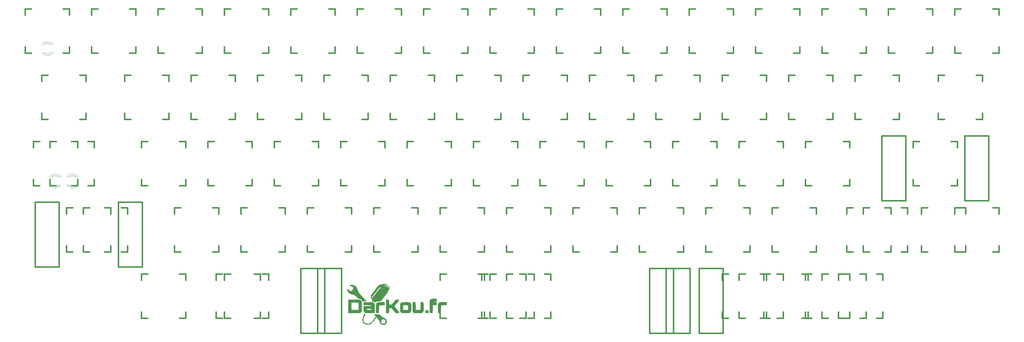
<source format=gto>
G04 #@! TF.FileFunction,Legend,Top*
%FSLAX46Y46*%
G04 Gerber Fmt 4.6, Leading zero omitted, Abs format (unit mm)*
G04 Created by KiCad (PCBNEW 4.0.5+dfsg1-4) date Tue May 30 14:12:21 2017*
%MOMM*%
%LPD*%
G01*
G04 APERTURE LIST*
%ADD10C,0.100000*%
%ADD11C,0.381000*%
%ADD12C,0.010000*%
%ADD13C,0.120000*%
G04 APERTURE END LIST*
D10*
D11*
X207962500Y-177006250D02*
X209740500Y-177006250D01*
X218884500Y-177006250D02*
X220662500Y-177006250D01*
X220662500Y-177006250D02*
X220662500Y-178784250D01*
X220662500Y-187928250D02*
X220662500Y-189706250D01*
X220662500Y-189706250D02*
X218884500Y-189706250D01*
X209740500Y-189706250D02*
X207962500Y-189706250D01*
X207962500Y-189706250D02*
X207962500Y-187928250D01*
X207962500Y-178784250D02*
X207962500Y-177006250D01*
X103441500Y-174974250D02*
X103441500Y-156305250D01*
X103441500Y-156305250D02*
X96583500Y-156305250D01*
X96583500Y-156305250D02*
X96583500Y-174974250D01*
X96583500Y-174974250D02*
X103441500Y-174974250D01*
X79629000Y-174974250D02*
X79629000Y-156305250D01*
X79629000Y-156305250D02*
X72771000Y-156305250D01*
X72771000Y-156305250D02*
X72771000Y-174974250D01*
X72771000Y-174974250D02*
X79629000Y-174974250D01*
D12*
G36*
X171048331Y-188593509D02*
X171223023Y-188597268D01*
X171340016Y-188603774D01*
X171374293Y-188608597D01*
X171448214Y-188648211D01*
X171562449Y-188733785D01*
X171698250Y-188850618D01*
X171776459Y-188923956D01*
X172015138Y-189133789D01*
X172278997Y-189330303D01*
X172545442Y-189498587D01*
X172791879Y-189623726D01*
X172899185Y-189665009D01*
X173155673Y-189789330D01*
X173358991Y-189966282D01*
X173505149Y-190182592D01*
X173590161Y-190424987D01*
X173610039Y-190680191D01*
X173560795Y-190934931D01*
X173438441Y-191175935D01*
X173376952Y-191255350D01*
X173166555Y-191439768D01*
X172918769Y-191554588D01*
X172648074Y-191597133D01*
X172368946Y-191564726D01*
X172148267Y-191482523D01*
X172008592Y-191402162D01*
X171897234Y-191307421D01*
X171801076Y-191181300D01*
X171707005Y-191006804D01*
X171608604Y-190783103D01*
X171508572Y-190555201D01*
X171456917Y-190453082D01*
X171930174Y-190453082D01*
X171932047Y-190574765D01*
X171938732Y-190673338D01*
X171952624Y-190831567D01*
X171974867Y-190933719D01*
X172018328Y-191008262D01*
X172095876Y-191083665D01*
X172141748Y-191122474D01*
X172346107Y-191264506D01*
X172537084Y-191330041D01*
X172731334Y-191321741D01*
X172932184Y-191248806D01*
X173128164Y-191114036D01*
X173258098Y-190941064D01*
X173322427Y-190744108D01*
X173321592Y-190537386D01*
X173256035Y-190335116D01*
X173126197Y-190151515D01*
X172932519Y-190000801D01*
X172892769Y-189979213D01*
X172681196Y-189910517D01*
X172474950Y-189925083D01*
X172272272Y-190023383D01*
X172077992Y-190198553D01*
X171994506Y-190294432D01*
X171948114Y-190369456D01*
X171930174Y-190453082D01*
X171456917Y-190453082D01*
X171404518Y-190349495D01*
X171287577Y-190153847D01*
X171148887Y-189956117D01*
X170979584Y-189744167D01*
X170770804Y-189505858D01*
X170513686Y-189229053D01*
X170344606Y-189052000D01*
X169917166Y-188607500D01*
X170594500Y-188595398D01*
X170833103Y-188592789D01*
X171048331Y-188593509D01*
X171048331Y-188593509D01*
G37*
X171048331Y-188593509D02*
X171223023Y-188597268D01*
X171340016Y-188603774D01*
X171374293Y-188608597D01*
X171448214Y-188648211D01*
X171562449Y-188733785D01*
X171698250Y-188850618D01*
X171776459Y-188923956D01*
X172015138Y-189133789D01*
X172278997Y-189330303D01*
X172545442Y-189498587D01*
X172791879Y-189623726D01*
X172899185Y-189665009D01*
X173155673Y-189789330D01*
X173358991Y-189966282D01*
X173505149Y-190182592D01*
X173590161Y-190424987D01*
X173610039Y-190680191D01*
X173560795Y-190934931D01*
X173438441Y-191175935D01*
X173376952Y-191255350D01*
X173166555Y-191439768D01*
X172918769Y-191554588D01*
X172648074Y-191597133D01*
X172368946Y-191564726D01*
X172148267Y-191482523D01*
X172008592Y-191402162D01*
X171897234Y-191307421D01*
X171801076Y-191181300D01*
X171707005Y-191006804D01*
X171608604Y-190783103D01*
X171508572Y-190555201D01*
X171456917Y-190453082D01*
X171930174Y-190453082D01*
X171932047Y-190574765D01*
X171938732Y-190673338D01*
X171952624Y-190831567D01*
X171974867Y-190933719D01*
X172018328Y-191008262D01*
X172095876Y-191083665D01*
X172141748Y-191122474D01*
X172346107Y-191264506D01*
X172537084Y-191330041D01*
X172731334Y-191321741D01*
X172932184Y-191248806D01*
X173128164Y-191114036D01*
X173258098Y-190941064D01*
X173322427Y-190744108D01*
X173321592Y-190537386D01*
X173256035Y-190335116D01*
X173126197Y-190151515D01*
X172932519Y-190000801D01*
X172892769Y-189979213D01*
X172681196Y-189910517D01*
X172474950Y-189925083D01*
X172272272Y-190023383D01*
X172077992Y-190198553D01*
X171994506Y-190294432D01*
X171948114Y-190369456D01*
X171930174Y-190453082D01*
X171456917Y-190453082D01*
X171404518Y-190349495D01*
X171287577Y-190153847D01*
X171148887Y-189956117D01*
X170979584Y-189744167D01*
X170770804Y-189505858D01*
X170513686Y-189229053D01*
X170344606Y-189052000D01*
X169917166Y-188607500D01*
X170594500Y-188595398D01*
X170833103Y-188592789D01*
X171048331Y-188593509D01*
G36*
X167409701Y-188469950D02*
X167432070Y-188479456D01*
X167420911Y-188520388D01*
X167380676Y-188620683D01*
X167318485Y-188763164D01*
X167273230Y-188862546D01*
X167120988Y-189221116D01*
X166997422Y-189571335D01*
X166909564Y-189891423D01*
X166869525Y-190112682D01*
X166862062Y-190383275D01*
X166918267Y-190610788D01*
X167044719Y-190814665D01*
X167142594Y-190919907D01*
X167396774Y-191109368D01*
X167692913Y-191234358D01*
X168015979Y-191293023D01*
X168350939Y-191283506D01*
X168682764Y-191203953D01*
X168855138Y-191131325D01*
X169171909Y-190933218D01*
X169480428Y-190657573D01*
X169774460Y-190311496D01*
X170047768Y-189902089D01*
X170234274Y-189560000D01*
X170312714Y-189403486D01*
X170363601Y-189311002D01*
X170398326Y-189271398D01*
X170428278Y-189273523D01*
X170464848Y-189306229D01*
X170478956Y-189320480D01*
X170510319Y-189358817D01*
X170519777Y-189403349D01*
X170502960Y-189470938D01*
X170455499Y-189578444D01*
X170373027Y-189742730D01*
X170366004Y-189756451D01*
X170081415Y-190245361D01*
X169766856Y-190660219D01*
X169424350Y-190998814D01*
X169055920Y-191258938D01*
X168928057Y-191327647D01*
X168763750Y-191404955D01*
X168629388Y-191452817D01*
X168491147Y-191479402D01*
X168315202Y-191492877D01*
X168229557Y-191496325D01*
X168014180Y-191499089D01*
X167848138Y-191486698D01*
X167696786Y-191454761D01*
X167561579Y-191411693D01*
X167245812Y-191274423D01*
X167004379Y-191106091D01*
X166830387Y-190899525D01*
X166716942Y-190647552D01*
X166679031Y-190493255D01*
X166661116Y-190223740D01*
X166696394Y-189903183D01*
X166781923Y-189543925D01*
X166914759Y-189158307D01*
X167091959Y-188758667D01*
X167093439Y-188755666D01*
X167176925Y-188595017D01*
X167239082Y-188499863D01*
X167290281Y-188457191D01*
X167334833Y-188452774D01*
X167409701Y-188469950D01*
X167409701Y-188469950D01*
G37*
X167409701Y-188469950D02*
X167432070Y-188479456D01*
X167420911Y-188520388D01*
X167380676Y-188620683D01*
X167318485Y-188763164D01*
X167273230Y-188862546D01*
X167120988Y-189221116D01*
X166997422Y-189571335D01*
X166909564Y-189891423D01*
X166869525Y-190112682D01*
X166862062Y-190383275D01*
X166918267Y-190610788D01*
X167044719Y-190814665D01*
X167142594Y-190919907D01*
X167396774Y-191109368D01*
X167692913Y-191234358D01*
X168015979Y-191293023D01*
X168350939Y-191283506D01*
X168682764Y-191203953D01*
X168855138Y-191131325D01*
X169171909Y-190933218D01*
X169480428Y-190657573D01*
X169774460Y-190311496D01*
X170047768Y-189902089D01*
X170234274Y-189560000D01*
X170312714Y-189403486D01*
X170363601Y-189311002D01*
X170398326Y-189271398D01*
X170428278Y-189273523D01*
X170464848Y-189306229D01*
X170478956Y-189320480D01*
X170510319Y-189358817D01*
X170519777Y-189403349D01*
X170502960Y-189470938D01*
X170455499Y-189578444D01*
X170373027Y-189742730D01*
X170366004Y-189756451D01*
X170081415Y-190245361D01*
X169766856Y-190660219D01*
X169424350Y-190998814D01*
X169055920Y-191258938D01*
X168928057Y-191327647D01*
X168763750Y-191404955D01*
X168629388Y-191452817D01*
X168491147Y-191479402D01*
X168315202Y-191492877D01*
X168229557Y-191496325D01*
X168014180Y-191499089D01*
X167848138Y-191486698D01*
X167696786Y-191454761D01*
X167561579Y-191411693D01*
X167245812Y-191274423D01*
X167004379Y-191106091D01*
X166830387Y-190899525D01*
X166716942Y-190647552D01*
X166679031Y-190493255D01*
X166661116Y-190223740D01*
X166696394Y-189903183D01*
X166781923Y-189543925D01*
X166914759Y-189158307D01*
X167091959Y-188758667D01*
X167093439Y-188755666D01*
X167176925Y-188595017D01*
X167239082Y-188499863D01*
X167290281Y-188457191D01*
X167334833Y-188452774D01*
X167409701Y-188469950D01*
G36*
X165207241Y-184359762D02*
X165441426Y-184365532D01*
X165625455Y-184375815D01*
X165767952Y-184391404D01*
X165877543Y-184413092D01*
X165962852Y-184441669D01*
X166032505Y-184477929D01*
X166095126Y-184522663D01*
X166123384Y-184545831D01*
X166192026Y-184607968D01*
X166247547Y-184673242D01*
X166291226Y-184750859D01*
X166324342Y-184850028D01*
X166348175Y-184979956D01*
X166364005Y-185149850D01*
X166373110Y-185368917D01*
X166376769Y-185646365D01*
X166376263Y-185991402D01*
X166373501Y-186345958D01*
X166361166Y-187682533D01*
X166248527Y-187852650D01*
X166194549Y-187932019D01*
X166141940Y-187997575D01*
X166082392Y-188050707D01*
X166007597Y-188092805D01*
X165909247Y-188125260D01*
X165779033Y-188149461D01*
X165608647Y-188166800D01*
X165389782Y-188178667D01*
X165114127Y-188186451D01*
X164773376Y-188191543D01*
X164359220Y-188195333D01*
X164192861Y-188196629D01*
X162574889Y-188209092D01*
X162551269Y-188111962D01*
X162546533Y-188050015D01*
X162542655Y-187912674D01*
X162539692Y-187709205D01*
X162537702Y-187448878D01*
X162536741Y-187140959D01*
X162536868Y-186794718D01*
X162538139Y-186419421D01*
X162539407Y-186194500D01*
X162545823Y-185201279D01*
X163376666Y-185201279D01*
X163376666Y-186251750D01*
X163377787Y-186541879D01*
X163380939Y-186803625D01*
X163385805Y-187025190D01*
X163392069Y-187194775D01*
X163399415Y-187300581D01*
X163405611Y-187331167D01*
X163454280Y-187338726D01*
X163575742Y-187344636D01*
X163758138Y-187348703D01*
X163989607Y-187350729D01*
X164258288Y-187350520D01*
X164474528Y-187348805D01*
X165514500Y-187337500D01*
X165514500Y-185178500D01*
X164540833Y-185166556D01*
X164256975Y-185164111D01*
X163997286Y-185163834D01*
X163775174Y-185165580D01*
X163604042Y-185169207D01*
X163497297Y-185174573D01*
X163471916Y-185177946D01*
X163376666Y-185201279D01*
X162545823Y-185201279D01*
X162551166Y-184374166D01*
X164117500Y-184361616D01*
X164553903Y-184358596D01*
X164914275Y-184357715D01*
X165207241Y-184359762D01*
X165207241Y-184359762D01*
G37*
X165207241Y-184359762D02*
X165441426Y-184365532D01*
X165625455Y-184375815D01*
X165767952Y-184391404D01*
X165877543Y-184413092D01*
X165962852Y-184441669D01*
X166032505Y-184477929D01*
X166095126Y-184522663D01*
X166123384Y-184545831D01*
X166192026Y-184607968D01*
X166247547Y-184673242D01*
X166291226Y-184750859D01*
X166324342Y-184850028D01*
X166348175Y-184979956D01*
X166364005Y-185149850D01*
X166373110Y-185368917D01*
X166376769Y-185646365D01*
X166376263Y-185991402D01*
X166373501Y-186345958D01*
X166361166Y-187682533D01*
X166248527Y-187852650D01*
X166194549Y-187932019D01*
X166141940Y-187997575D01*
X166082392Y-188050707D01*
X166007597Y-188092805D01*
X165909247Y-188125260D01*
X165779033Y-188149461D01*
X165608647Y-188166800D01*
X165389782Y-188178667D01*
X165114127Y-188186451D01*
X164773376Y-188191543D01*
X164359220Y-188195333D01*
X164192861Y-188196629D01*
X162574889Y-188209092D01*
X162551269Y-188111962D01*
X162546533Y-188050015D01*
X162542655Y-187912674D01*
X162539692Y-187709205D01*
X162537702Y-187448878D01*
X162536741Y-187140959D01*
X162536868Y-186794718D01*
X162538139Y-186419421D01*
X162539407Y-186194500D01*
X162545823Y-185201279D01*
X163376666Y-185201279D01*
X163376666Y-186251750D01*
X163377787Y-186541879D01*
X163380939Y-186803625D01*
X163385805Y-187025190D01*
X163392069Y-187194775D01*
X163399415Y-187300581D01*
X163405611Y-187331167D01*
X163454280Y-187338726D01*
X163575742Y-187344636D01*
X163758138Y-187348703D01*
X163989607Y-187350729D01*
X164258288Y-187350520D01*
X164474528Y-187348805D01*
X165514500Y-187337500D01*
X165514500Y-185178500D01*
X164540833Y-185166556D01*
X164256975Y-185164111D01*
X163997286Y-185163834D01*
X163775174Y-185165580D01*
X163604042Y-185169207D01*
X163497297Y-185174573D01*
X163471916Y-185177946D01*
X163376666Y-185201279D01*
X162545823Y-185201279D01*
X162551166Y-184374166D01*
X164117500Y-184361616D01*
X164553903Y-184358596D01*
X164914275Y-184357715D01*
X165207241Y-184359762D01*
G36*
X169723693Y-185199666D02*
X169913708Y-185352273D01*
X170010061Y-185493243D01*
X170038323Y-185548856D01*
X170060513Y-185602904D01*
X170077262Y-185665746D01*
X170089201Y-185747741D01*
X170096960Y-185859246D01*
X170101169Y-186010619D01*
X170102461Y-186212220D01*
X170101465Y-186474406D01*
X170098812Y-186807537D01*
X170097701Y-186932576D01*
X170086500Y-188184166D01*
X168858833Y-188193220D01*
X168475320Y-188195099D01*
X168167572Y-188194268D01*
X167926721Y-188190415D01*
X167743900Y-188183229D01*
X167610240Y-188172397D01*
X167516875Y-188157607D01*
X167469614Y-188144328D01*
X167278008Y-188048866D01*
X167136963Y-187908684D01*
X167055161Y-187773103D01*
X167024645Y-187702848D01*
X167002855Y-187620632D01*
X166988394Y-187511513D01*
X166979865Y-187360552D01*
X166976416Y-187181058D01*
X167780808Y-187181058D01*
X167789189Y-187283800D01*
X167808520Y-187331409D01*
X167858508Y-187340365D01*
X167978672Y-187346849D01*
X168154549Y-187350521D01*
X168371674Y-187351041D01*
X168559937Y-187349048D01*
X169282166Y-187337500D01*
X169282166Y-186956500D01*
X168565651Y-186944859D01*
X168285153Y-186941931D01*
X168079593Y-186943944D01*
X167939358Y-186951441D01*
X167854832Y-186964963D01*
X167816403Y-186985052D01*
X167814883Y-186987192D01*
X167789623Y-187068623D01*
X167780808Y-187181058D01*
X166976416Y-187181058D01*
X166975872Y-187152807D01*
X166975000Y-186915853D01*
X166975000Y-186215666D01*
X168091649Y-186215666D01*
X168433827Y-186215105D01*
X168701017Y-186213053D01*
X168902892Y-186208957D01*
X169049125Y-186202264D01*
X169149390Y-186192420D01*
X169213359Y-186178872D01*
X169250707Y-186161068D01*
X169263944Y-186148618D01*
X169296716Y-186067170D01*
X169275142Y-186011034D01*
X169253255Y-185989383D01*
X169211520Y-185972092D01*
X169140296Y-185958400D01*
X169029943Y-185947547D01*
X168870818Y-185938771D01*
X168653282Y-185931312D01*
X168367692Y-185924408D01*
X168113431Y-185919333D01*
X166996166Y-185898166D01*
X166996166Y-185093833D01*
X169536166Y-185093833D01*
X169723693Y-185199666D01*
X169723693Y-185199666D01*
G37*
X169723693Y-185199666D02*
X169913708Y-185352273D01*
X170010061Y-185493243D01*
X170038323Y-185548856D01*
X170060513Y-185602904D01*
X170077262Y-185665746D01*
X170089201Y-185747741D01*
X170096960Y-185859246D01*
X170101169Y-186010619D01*
X170102461Y-186212220D01*
X170101465Y-186474406D01*
X170098812Y-186807537D01*
X170097701Y-186932576D01*
X170086500Y-188184166D01*
X168858833Y-188193220D01*
X168475320Y-188195099D01*
X168167572Y-188194268D01*
X167926721Y-188190415D01*
X167743900Y-188183229D01*
X167610240Y-188172397D01*
X167516875Y-188157607D01*
X167469614Y-188144328D01*
X167278008Y-188048866D01*
X167136963Y-187908684D01*
X167055161Y-187773103D01*
X167024645Y-187702848D01*
X167002855Y-187620632D01*
X166988394Y-187511513D01*
X166979865Y-187360552D01*
X166976416Y-187181058D01*
X167780808Y-187181058D01*
X167789189Y-187283800D01*
X167808520Y-187331409D01*
X167858508Y-187340365D01*
X167978672Y-187346849D01*
X168154549Y-187350521D01*
X168371674Y-187351041D01*
X168559937Y-187349048D01*
X169282166Y-187337500D01*
X169282166Y-186956500D01*
X168565651Y-186944859D01*
X168285153Y-186941931D01*
X168079593Y-186943944D01*
X167939358Y-186951441D01*
X167854832Y-186964963D01*
X167816403Y-186985052D01*
X167814883Y-186987192D01*
X167789623Y-187068623D01*
X167780808Y-187181058D01*
X166976416Y-187181058D01*
X166975872Y-187152807D01*
X166975000Y-186915853D01*
X166975000Y-186215666D01*
X168091649Y-186215666D01*
X168433827Y-186215105D01*
X168701017Y-186213053D01*
X168902892Y-186208957D01*
X169049125Y-186202264D01*
X169149390Y-186192420D01*
X169213359Y-186178872D01*
X169250707Y-186161068D01*
X169263944Y-186148618D01*
X169296716Y-186067170D01*
X169275142Y-186011034D01*
X169253255Y-185989383D01*
X169211520Y-185972092D01*
X169140296Y-185958400D01*
X169029943Y-185947547D01*
X168870818Y-185938771D01*
X168653282Y-185931312D01*
X168367692Y-185924408D01*
X168113431Y-185919333D01*
X166996166Y-185898166D01*
X166996166Y-185093833D01*
X169536166Y-185093833D01*
X169723693Y-185199666D01*
G36*
X172728622Y-185078181D02*
X172846368Y-185085534D01*
X172921642Y-185097718D01*
X172964983Y-185115265D01*
X172980041Y-185128585D01*
X173009994Y-185216638D01*
X173021962Y-185386220D01*
X173019861Y-185544813D01*
X173007500Y-185898166D01*
X171356500Y-185940500D01*
X171314166Y-188184166D01*
X170531000Y-188208510D01*
X170531000Y-186943580D01*
X170531180Y-186582742D01*
X170532185Y-186296271D01*
X170534712Y-186073866D01*
X170539458Y-185905228D01*
X170547120Y-185780056D01*
X170558395Y-185688052D01*
X170573980Y-185618913D01*
X170594572Y-185562342D01*
X170620868Y-185508037D01*
X170629222Y-185492075D01*
X170776253Y-185299803D01*
X170914972Y-185199666D01*
X170980108Y-185164709D01*
X171043556Y-185138199D01*
X171118122Y-185118741D01*
X171216613Y-185104939D01*
X171351833Y-185095397D01*
X171536589Y-185088721D01*
X171783688Y-185083514D01*
X172015179Y-185079771D01*
X172323566Y-185075833D01*
X172557868Y-185075125D01*
X172728622Y-185078181D01*
X172728622Y-185078181D01*
G37*
X172728622Y-185078181D02*
X172846368Y-185085534D01*
X172921642Y-185097718D01*
X172964983Y-185115265D01*
X172980041Y-185128585D01*
X173009994Y-185216638D01*
X173021962Y-185386220D01*
X173019861Y-185544813D01*
X173007500Y-185898166D01*
X171356500Y-185940500D01*
X171314166Y-188184166D01*
X170531000Y-188208510D01*
X170531000Y-186943580D01*
X170531180Y-186582742D01*
X170532185Y-186296271D01*
X170534712Y-186073866D01*
X170539458Y-185905228D01*
X170547120Y-185780056D01*
X170558395Y-185688052D01*
X170573980Y-185618913D01*
X170594572Y-185562342D01*
X170620868Y-185508037D01*
X170629222Y-185492075D01*
X170776253Y-185299803D01*
X170914972Y-185199666D01*
X170980108Y-185164709D01*
X171043556Y-185138199D01*
X171118122Y-185118741D01*
X171216613Y-185104939D01*
X171351833Y-185095397D01*
X171536589Y-185088721D01*
X171783688Y-185083514D01*
X172015179Y-185079771D01*
X172323566Y-185075833D01*
X172557868Y-185075125D01*
X172728622Y-185078181D01*
G36*
X177050333Y-184515331D02*
X177045516Y-184578578D01*
X177026205Y-184643812D01*
X176985108Y-184722042D01*
X176914934Y-184824275D01*
X176808392Y-184961521D01*
X176658192Y-185144788D01*
X176538635Y-185287914D01*
X176365305Y-185494711D01*
X176199899Y-185692205D01*
X176054425Y-185866048D01*
X175940889Y-186001892D01*
X175877327Y-186078134D01*
X175793128Y-186185726D01*
X175759075Y-186253954D01*
X175767148Y-186304975D01*
X175785388Y-186332134D01*
X175829757Y-186386758D01*
X175919038Y-186494870D01*
X176043758Y-186645066D01*
X176194447Y-186825941D01*
X176361633Y-187026092D01*
X176374242Y-187041166D01*
X176590242Y-187299669D01*
X176757940Y-187501777D01*
X176883446Y-187655964D01*
X176972871Y-187770700D01*
X177032325Y-187854457D01*
X177067919Y-187915708D01*
X177085765Y-187962924D01*
X177091972Y-188004578D01*
X177092666Y-188037179D01*
X177084808Y-188108408D01*
X177052088Y-188156292D01*
X176980787Y-188185351D01*
X176857186Y-188200104D01*
X176667565Y-188205070D01*
X176582188Y-188205333D01*
X176205634Y-188205333D01*
X175578661Y-187453916D01*
X174951688Y-186702500D01*
X174235166Y-186702500D01*
X174214000Y-187443333D01*
X174192833Y-188184166D01*
X173800534Y-188196348D01*
X173599338Y-188199018D01*
X173470775Y-188191252D01*
X173403321Y-188171869D01*
X173387324Y-188154014D01*
X173383199Y-188101454D01*
X173379838Y-187973110D01*
X173377286Y-187777863D01*
X173375589Y-187524594D01*
X173374793Y-187222182D01*
X173374943Y-186879509D01*
X173376085Y-186505454D01*
X173377456Y-186236833D01*
X173388500Y-184374166D01*
X174192833Y-184374166D01*
X174214000Y-185093833D01*
X174235166Y-185813500D01*
X174582322Y-185825761D01*
X174929479Y-185838023D01*
X175075816Y-185677594D01*
X175152947Y-185590081D01*
X175271037Y-185452460D01*
X175417175Y-185279942D01*
X175578448Y-185087736D01*
X175679147Y-184966833D01*
X175833227Y-184782551D01*
X175970520Y-184620727D01*
X176081126Y-184492844D01*
X176155139Y-184410387D01*
X176180487Y-184385398D01*
X176239754Y-184371981D01*
X176362839Y-184361328D01*
X176528901Y-184354886D01*
X176637583Y-184353648D01*
X177050333Y-184353000D01*
X177050333Y-184515331D01*
X177050333Y-184515331D01*
G37*
X177050333Y-184515331D02*
X177045516Y-184578578D01*
X177026205Y-184643812D01*
X176985108Y-184722042D01*
X176914934Y-184824275D01*
X176808392Y-184961521D01*
X176658192Y-185144788D01*
X176538635Y-185287914D01*
X176365305Y-185494711D01*
X176199899Y-185692205D01*
X176054425Y-185866048D01*
X175940889Y-186001892D01*
X175877327Y-186078134D01*
X175793128Y-186185726D01*
X175759075Y-186253954D01*
X175767148Y-186304975D01*
X175785388Y-186332134D01*
X175829757Y-186386758D01*
X175919038Y-186494870D01*
X176043758Y-186645066D01*
X176194447Y-186825941D01*
X176361633Y-187026092D01*
X176374242Y-187041166D01*
X176590242Y-187299669D01*
X176757940Y-187501777D01*
X176883446Y-187655964D01*
X176972871Y-187770700D01*
X177032325Y-187854457D01*
X177067919Y-187915708D01*
X177085765Y-187962924D01*
X177091972Y-188004578D01*
X177092666Y-188037179D01*
X177084808Y-188108408D01*
X177052088Y-188156292D01*
X176980787Y-188185351D01*
X176857186Y-188200104D01*
X176667565Y-188205070D01*
X176582188Y-188205333D01*
X176205634Y-188205333D01*
X175578661Y-187453916D01*
X174951688Y-186702500D01*
X174235166Y-186702500D01*
X174214000Y-187443333D01*
X174192833Y-188184166D01*
X173800534Y-188196348D01*
X173599338Y-188199018D01*
X173470775Y-188191252D01*
X173403321Y-188171869D01*
X173387324Y-188154014D01*
X173383199Y-188101454D01*
X173379838Y-187973110D01*
X173377286Y-187777863D01*
X173375589Y-187524594D01*
X173374793Y-187222182D01*
X173374943Y-186879509D01*
X173376085Y-186505454D01*
X173377456Y-186236833D01*
X173388500Y-184374166D01*
X174192833Y-184374166D01*
X174214000Y-185093833D01*
X174235166Y-185813500D01*
X174582322Y-185825761D01*
X174929479Y-185838023D01*
X175075816Y-185677594D01*
X175152947Y-185590081D01*
X175271037Y-185452460D01*
X175417175Y-185279942D01*
X175578448Y-185087736D01*
X175679147Y-184966833D01*
X175833227Y-184782551D01*
X175970520Y-184620727D01*
X176081126Y-184492844D01*
X176155139Y-184410387D01*
X176180487Y-184385398D01*
X176239754Y-184371981D01*
X176362839Y-184361328D01*
X176528901Y-184354886D01*
X176637583Y-184353648D01*
X177050333Y-184353000D01*
X177050333Y-184515331D01*
G36*
X179526433Y-185077737D02*
X179756163Y-185089146D01*
X179935329Y-185111455D01*
X180075245Y-185146546D01*
X180187224Y-185196303D01*
X180282579Y-185262609D01*
X180352456Y-185326790D01*
X180433133Y-185418520D01*
X180495666Y-185520474D01*
X180541940Y-185643932D01*
X180573840Y-185800171D01*
X180593252Y-186000472D01*
X180602060Y-186256111D01*
X180602149Y-186578369D01*
X180598927Y-186801469D01*
X180591985Y-187114781D01*
X180582012Y-187356312D01*
X180566237Y-187538944D01*
X180541888Y-187675561D01*
X180506195Y-187779048D01*
X180456385Y-187862288D01*
X180389688Y-187938166D01*
X180345194Y-187981062D01*
X180263663Y-188050611D01*
X180178583Y-188104189D01*
X180077997Y-188143766D01*
X179949947Y-188171312D01*
X179782473Y-188188794D01*
X179563618Y-188198183D01*
X179281424Y-188201449D01*
X179009609Y-188201011D01*
X178706198Y-188197466D01*
X178435598Y-188190187D01*
X178210508Y-188179776D01*
X178043629Y-188166831D01*
X177947660Y-188151952D01*
X177943308Y-188150659D01*
X177772899Y-188059943D01*
X177617606Y-187914709D01*
X177505215Y-187743757D01*
X177476113Y-187666382D01*
X177462618Y-187575923D01*
X177450755Y-187416422D01*
X177441196Y-187203501D01*
X177434608Y-186952780D01*
X177432268Y-186735996D01*
X178236771Y-186735996D01*
X178238118Y-186939088D01*
X178242437Y-187116759D01*
X178249826Y-187250954D01*
X178260383Y-187323615D01*
X178263888Y-187330444D01*
X178313496Y-187339652D01*
X178433460Y-187347602D01*
X178609470Y-187353765D01*
X178827219Y-187357612D01*
X179026912Y-187358666D01*
X179761713Y-187358666D01*
X179750106Y-186649583D01*
X179738500Y-185940500D01*
X179021985Y-185928859D01*
X178741486Y-185925931D01*
X178535927Y-185927944D01*
X178395691Y-185935441D01*
X178311166Y-185948963D01*
X178272737Y-185969052D01*
X178271216Y-185971192D01*
X178259161Y-186030544D01*
X178249591Y-186154757D01*
X178242605Y-186325774D01*
X178238299Y-186525539D01*
X178236771Y-186735996D01*
X177432268Y-186735996D01*
X177431662Y-186679879D01*
X177431569Y-186627056D01*
X177433122Y-186293034D01*
X177439402Y-186031349D01*
X177452537Y-185829715D01*
X177474657Y-185675842D01*
X177507889Y-185557443D01*
X177554363Y-185462229D01*
X177616207Y-185377912D01*
X177655603Y-185333805D01*
X177730933Y-185258586D01*
X177806750Y-185200961D01*
X177895577Y-185158314D01*
X178009936Y-185128029D01*
X178162348Y-185107490D01*
X178365334Y-185094081D01*
X178631418Y-185085186D01*
X178870028Y-185080090D01*
X179234826Y-185075346D01*
X179526433Y-185077737D01*
X179526433Y-185077737D01*
G37*
X179526433Y-185077737D02*
X179756163Y-185089146D01*
X179935329Y-185111455D01*
X180075245Y-185146546D01*
X180187224Y-185196303D01*
X180282579Y-185262609D01*
X180352456Y-185326790D01*
X180433133Y-185418520D01*
X180495666Y-185520474D01*
X180541940Y-185643932D01*
X180573840Y-185800171D01*
X180593252Y-186000472D01*
X180602060Y-186256111D01*
X180602149Y-186578369D01*
X180598927Y-186801469D01*
X180591985Y-187114781D01*
X180582012Y-187356312D01*
X180566237Y-187538944D01*
X180541888Y-187675561D01*
X180506195Y-187779048D01*
X180456385Y-187862288D01*
X180389688Y-187938166D01*
X180345194Y-187981062D01*
X180263663Y-188050611D01*
X180178583Y-188104189D01*
X180077997Y-188143766D01*
X179949947Y-188171312D01*
X179782473Y-188188794D01*
X179563618Y-188198183D01*
X179281424Y-188201449D01*
X179009609Y-188201011D01*
X178706198Y-188197466D01*
X178435598Y-188190187D01*
X178210508Y-188179776D01*
X178043629Y-188166831D01*
X177947660Y-188151952D01*
X177943308Y-188150659D01*
X177772899Y-188059943D01*
X177617606Y-187914709D01*
X177505215Y-187743757D01*
X177476113Y-187666382D01*
X177462618Y-187575923D01*
X177450755Y-187416422D01*
X177441196Y-187203501D01*
X177434608Y-186952780D01*
X177432268Y-186735996D01*
X178236771Y-186735996D01*
X178238118Y-186939088D01*
X178242437Y-187116759D01*
X178249826Y-187250954D01*
X178260383Y-187323615D01*
X178263888Y-187330444D01*
X178313496Y-187339652D01*
X178433460Y-187347602D01*
X178609470Y-187353765D01*
X178827219Y-187357612D01*
X179026912Y-187358666D01*
X179761713Y-187358666D01*
X179750106Y-186649583D01*
X179738500Y-185940500D01*
X179021985Y-185928859D01*
X178741486Y-185925931D01*
X178535927Y-185927944D01*
X178395691Y-185935441D01*
X178311166Y-185948963D01*
X178272737Y-185969052D01*
X178271216Y-185971192D01*
X178259161Y-186030544D01*
X178249591Y-186154757D01*
X178242605Y-186325774D01*
X178238299Y-186525539D01*
X178236771Y-186735996D01*
X177432268Y-186735996D01*
X177431662Y-186679879D01*
X177431569Y-186627056D01*
X177433122Y-186293034D01*
X177439402Y-186031349D01*
X177452537Y-185829715D01*
X177474657Y-185675842D01*
X177507889Y-185557443D01*
X177554363Y-185462229D01*
X177616207Y-185377912D01*
X177655603Y-185333805D01*
X177730933Y-185258586D01*
X177806750Y-185200961D01*
X177895577Y-185158314D01*
X178009936Y-185128029D01*
X178162348Y-185107490D01*
X178365334Y-185094081D01*
X178631418Y-185085186D01*
X178870028Y-185080090D01*
X179234826Y-185075346D01*
X179526433Y-185077737D01*
G36*
X181711658Y-185095251D02*
X181774602Y-185118405D01*
X181793284Y-185148381D01*
X181807785Y-185209602D01*
X181818575Y-185311112D01*
X181826122Y-185461952D01*
X181830895Y-185671168D01*
X181833362Y-185947803D01*
X181834000Y-186264183D01*
X181834000Y-187360665D01*
X182564250Y-187349082D01*
X183294500Y-187337500D01*
X183305781Y-186228881D01*
X183309610Y-185892270D01*
X183313898Y-185630740D01*
X183319365Y-185434705D01*
X183326730Y-185294579D01*
X183336714Y-185200778D01*
X183350035Y-185143715D01*
X183367413Y-185113805D01*
X183389569Y-185101462D01*
X183390447Y-185101228D01*
X183483853Y-185088243D01*
X183619998Y-185082018D01*
X183774147Y-185082019D01*
X183921566Y-185087707D01*
X184037523Y-185098546D01*
X184097284Y-185113999D01*
X184099841Y-185116631D01*
X184105726Y-185166732D01*
X184111359Y-185290518D01*
X184116503Y-185477008D01*
X184120921Y-185715218D01*
X184124376Y-185994168D01*
X184126631Y-186302876D01*
X184126937Y-186372142D01*
X184127789Y-186750315D01*
X184126275Y-187053887D01*
X184121182Y-187292916D01*
X184111299Y-187477461D01*
X184095413Y-187617579D01*
X184072314Y-187723329D01*
X184040788Y-187804768D01*
X183999624Y-187871956D01*
X183947611Y-187934949D01*
X183937263Y-187946334D01*
X183857959Y-188025004D01*
X183774102Y-188085922D01*
X183674031Y-188131265D01*
X183546082Y-188163212D01*
X183378596Y-188183940D01*
X183159909Y-188195627D01*
X182878361Y-188200451D01*
X182574833Y-188200764D01*
X182295593Y-188198430D01*
X182039126Y-188193425D01*
X181819581Y-188186254D01*
X181651106Y-188177420D01*
X181547846Y-188167430D01*
X181528834Y-188163490D01*
X181315606Y-188056619D01*
X181144467Y-187883720D01*
X181074983Y-187766996D01*
X181049412Y-187710558D01*
X181029403Y-187652217D01*
X181014390Y-187581553D01*
X181003806Y-187488144D01*
X180997084Y-187361573D01*
X180993657Y-187191417D01*
X180992958Y-186967258D01*
X180994420Y-186678675D01*
X180997266Y-186338542D01*
X181008500Y-185093833D01*
X181361852Y-185081471D01*
X181568947Y-185080946D01*
X181711658Y-185095251D01*
X181711658Y-185095251D01*
G37*
X181711658Y-185095251D02*
X181774602Y-185118405D01*
X181793284Y-185148381D01*
X181807785Y-185209602D01*
X181818575Y-185311112D01*
X181826122Y-185461952D01*
X181830895Y-185671168D01*
X181833362Y-185947803D01*
X181834000Y-186264183D01*
X181834000Y-187360665D01*
X182564250Y-187349082D01*
X183294500Y-187337500D01*
X183305781Y-186228881D01*
X183309610Y-185892270D01*
X183313898Y-185630740D01*
X183319365Y-185434705D01*
X183326730Y-185294579D01*
X183336714Y-185200778D01*
X183350035Y-185143715D01*
X183367413Y-185113805D01*
X183389569Y-185101462D01*
X183390447Y-185101228D01*
X183483853Y-185088243D01*
X183619998Y-185082018D01*
X183774147Y-185082019D01*
X183921566Y-185087707D01*
X184037523Y-185098546D01*
X184097284Y-185113999D01*
X184099841Y-185116631D01*
X184105726Y-185166732D01*
X184111359Y-185290518D01*
X184116503Y-185477008D01*
X184120921Y-185715218D01*
X184124376Y-185994168D01*
X184126631Y-186302876D01*
X184126937Y-186372142D01*
X184127789Y-186750315D01*
X184126275Y-187053887D01*
X184121182Y-187292916D01*
X184111299Y-187477461D01*
X184095413Y-187617579D01*
X184072314Y-187723329D01*
X184040788Y-187804768D01*
X183999624Y-187871956D01*
X183947611Y-187934949D01*
X183937263Y-187946334D01*
X183857959Y-188025004D01*
X183774102Y-188085922D01*
X183674031Y-188131265D01*
X183546082Y-188163212D01*
X183378596Y-188183940D01*
X183159909Y-188195627D01*
X182878361Y-188200451D01*
X182574833Y-188200764D01*
X182295593Y-188198430D01*
X182039126Y-188193425D01*
X181819581Y-188186254D01*
X181651106Y-188177420D01*
X181547846Y-188167430D01*
X181528834Y-188163490D01*
X181315606Y-188056619D01*
X181144467Y-187883720D01*
X181074983Y-187766996D01*
X181049412Y-187710558D01*
X181029403Y-187652217D01*
X181014390Y-187581553D01*
X181003806Y-187488144D01*
X180997084Y-187361573D01*
X180993657Y-187191417D01*
X180992958Y-186967258D01*
X180994420Y-186678675D01*
X180997266Y-186338542D01*
X181008500Y-185093833D01*
X181361852Y-185081471D01*
X181568947Y-185080946D01*
X181711658Y-185095251D01*
G36*
X185538166Y-188184166D02*
X185145867Y-188196348D01*
X184949432Y-188199359D01*
X184823642Y-188192712D01*
X184754868Y-188174900D01*
X184731292Y-188150476D01*
X184722423Y-188083263D01*
X184718401Y-187955457D01*
X184719795Y-187791024D01*
X184721424Y-187736128D01*
X184733833Y-187379833D01*
X185538166Y-187379833D01*
X185538166Y-188184166D01*
X185538166Y-188184166D01*
G37*
X185538166Y-188184166D02*
X185145867Y-188196348D01*
X184949432Y-188199359D01*
X184823642Y-188192712D01*
X184754868Y-188174900D01*
X184731292Y-188150476D01*
X184722423Y-188083263D01*
X184718401Y-187955457D01*
X184719795Y-187791024D01*
X184721424Y-187736128D01*
X184733833Y-187379833D01*
X185538166Y-187379833D01*
X185538166Y-188184166D01*
G36*
X187878601Y-184489344D02*
X187890702Y-184900854D01*
X187328268Y-184912677D01*
X187095459Y-184919039D01*
X186935071Y-184927737D01*
X186834861Y-184940411D01*
X186782587Y-184958699D01*
X186766006Y-184984242D01*
X186765833Y-184988000D01*
X186779718Y-185015145D01*
X186829501Y-185035308D01*
X186927373Y-185050366D01*
X187085527Y-185062193D01*
X187316153Y-185072666D01*
X187316166Y-185072666D01*
X187866500Y-185093833D01*
X187890732Y-185919333D01*
X187338866Y-185919333D01*
X187132857Y-185920097D01*
X186960407Y-185922188D01*
X186837547Y-185925303D01*
X186780311Y-185929140D01*
X186778186Y-185929916D01*
X186775012Y-185973307D01*
X186770563Y-186090204D01*
X186765154Y-186269461D01*
X186759095Y-186499932D01*
X186752700Y-186770473D01*
X186746436Y-187062333D01*
X186723500Y-188184166D01*
X186331916Y-188196338D01*
X185940333Y-188208510D01*
X185940333Y-186435580D01*
X185940403Y-186002002D01*
X185940893Y-185644746D01*
X185942221Y-185355467D01*
X185944804Y-185125823D01*
X185949061Y-184947467D01*
X185955410Y-184812057D01*
X185964269Y-184711246D01*
X185976055Y-184636692D01*
X185991187Y-184580049D01*
X186010083Y-184532973D01*
X186033161Y-184487120D01*
X186038447Y-184477113D01*
X186159534Y-184310982D01*
X186331875Y-184191065D01*
X186412796Y-184152641D01*
X186493178Y-184125196D01*
X186589377Y-184106711D01*
X186717748Y-184095162D01*
X186894647Y-184088532D01*
X187136429Y-184084797D01*
X187196845Y-184084193D01*
X187866500Y-184077833D01*
X187878601Y-184489344D01*
X187878601Y-184489344D01*
G37*
X187878601Y-184489344D02*
X187890702Y-184900854D01*
X187328268Y-184912677D01*
X187095459Y-184919039D01*
X186935071Y-184927737D01*
X186834861Y-184940411D01*
X186782587Y-184958699D01*
X186766006Y-184984242D01*
X186765833Y-184988000D01*
X186779718Y-185015145D01*
X186829501Y-185035308D01*
X186927373Y-185050366D01*
X187085527Y-185062193D01*
X187316153Y-185072666D01*
X187316166Y-185072666D01*
X187866500Y-185093833D01*
X187890732Y-185919333D01*
X187338866Y-185919333D01*
X187132857Y-185920097D01*
X186960407Y-185922188D01*
X186837547Y-185925303D01*
X186780311Y-185929140D01*
X186778186Y-185929916D01*
X186775012Y-185973307D01*
X186770563Y-186090204D01*
X186765154Y-186269461D01*
X186759095Y-186499932D01*
X186752700Y-186770473D01*
X186746436Y-187062333D01*
X186723500Y-188184166D01*
X186331916Y-188196338D01*
X185940333Y-188208510D01*
X185940333Y-186435580D01*
X185940403Y-186002002D01*
X185940893Y-185644746D01*
X185942221Y-185355467D01*
X185944804Y-185125823D01*
X185949061Y-184947467D01*
X185955410Y-184812057D01*
X185964269Y-184711246D01*
X185976055Y-184636692D01*
X185991187Y-184580049D01*
X186010083Y-184532973D01*
X186033161Y-184487120D01*
X186038447Y-184477113D01*
X186159534Y-184310982D01*
X186331875Y-184191065D01*
X186412796Y-184152641D01*
X186493178Y-184125196D01*
X186589377Y-184106711D01*
X186717748Y-184095162D01*
X186894647Y-184088532D01*
X187136429Y-184084797D01*
X187196845Y-184084193D01*
X187866500Y-184077833D01*
X187878601Y-184489344D01*
G36*
X189940833Y-185082147D02*
X190745166Y-185093833D01*
X190766333Y-185449670D01*
X190771821Y-185632396D01*
X190765621Y-185774517D01*
X190748767Y-185855871D01*
X190745166Y-185861882D01*
X190707110Y-185883464D01*
X190623340Y-185900124D01*
X190484729Y-185912610D01*
X190282150Y-185921666D01*
X190006477Y-185928040D01*
X189919666Y-185929378D01*
X189136500Y-185940500D01*
X189094166Y-188184166D01*
X188701867Y-188196348D01*
X188508164Y-188199578D01*
X188384096Y-188193622D01*
X188314961Y-188176756D01*
X188286180Y-188147579D01*
X188280632Y-188090924D01*
X188276484Y-187960876D01*
X188273820Y-187768699D01*
X188272729Y-187525656D01*
X188273297Y-187243012D01*
X188275610Y-186932031D01*
X188276312Y-186865398D01*
X188280980Y-186486601D01*
X188286949Y-186182513D01*
X188296095Y-185943177D01*
X188310296Y-185758639D01*
X188331429Y-185618941D01*
X188361372Y-185514129D01*
X188402002Y-185434246D01*
X188455196Y-185369336D01*
X188522832Y-185309443D01*
X188577773Y-185266698D01*
X188678965Y-185202037D01*
X188799035Y-185152881D01*
X188949592Y-185117655D01*
X189142249Y-185094790D01*
X189388618Y-185082712D01*
X189700309Y-185079849D01*
X189940833Y-185082147D01*
X189940833Y-185082147D01*
G37*
X189940833Y-185082147D02*
X190745166Y-185093833D01*
X190766333Y-185449670D01*
X190771821Y-185632396D01*
X190765621Y-185774517D01*
X190748767Y-185855871D01*
X190745166Y-185861882D01*
X190707110Y-185883464D01*
X190623340Y-185900124D01*
X190484729Y-185912610D01*
X190282150Y-185921666D01*
X190006477Y-185928040D01*
X189919666Y-185929378D01*
X189136500Y-185940500D01*
X189094166Y-188184166D01*
X188701867Y-188196348D01*
X188508164Y-188199578D01*
X188384096Y-188193622D01*
X188314961Y-188176756D01*
X188286180Y-188147579D01*
X188280632Y-188090924D01*
X188276484Y-187960876D01*
X188273820Y-187768699D01*
X188272729Y-187525656D01*
X188273297Y-187243012D01*
X188275610Y-186932031D01*
X188276312Y-186865398D01*
X188280980Y-186486601D01*
X188286949Y-186182513D01*
X188296095Y-185943177D01*
X188310296Y-185758639D01*
X188331429Y-185618941D01*
X188361372Y-185514129D01*
X188402002Y-185434246D01*
X188455196Y-185369336D01*
X188522832Y-185309443D01*
X188577773Y-185266698D01*
X188678965Y-185202037D01*
X188799035Y-185152881D01*
X188949592Y-185117655D01*
X189142249Y-185094790D01*
X189388618Y-185082712D01*
X189700309Y-185079849D01*
X189940833Y-185082147D01*
G36*
X173684833Y-180170384D02*
X173881421Y-180284875D01*
X174018598Y-180371774D01*
X174111418Y-180443776D01*
X174174937Y-180513577D01*
X174224210Y-180593876D01*
X174251074Y-180647917D01*
X174334589Y-180840167D01*
X174371885Y-180990695D01*
X174360033Y-181124313D01*
X174296108Y-181265833D01*
X174177181Y-181440067D01*
X174153942Y-181471189D01*
X174049375Y-181619987D01*
X173968509Y-181753472D01*
X173923251Y-181851113D01*
X173917666Y-181878647D01*
X173914027Y-181956562D01*
X173899875Y-182034333D01*
X173870362Y-182119487D01*
X173820637Y-182219553D01*
X173745852Y-182342057D01*
X173641156Y-182494527D01*
X173501701Y-182684490D01*
X173322636Y-182919473D01*
X173099112Y-183207005D01*
X172890620Y-183472804D01*
X172668910Y-183754191D01*
X172462807Y-184014554D01*
X172278336Y-184246372D01*
X172121523Y-184442124D01*
X171998395Y-184594292D01*
X171914976Y-184695354D01*
X171877293Y-184737791D01*
X171876523Y-184738373D01*
X171817755Y-184752903D01*
X171693093Y-184769931D01*
X171521211Y-184787857D01*
X171320780Y-184805083D01*
X171110474Y-184820011D01*
X170908967Y-184831042D01*
X170734931Y-184836577D01*
X170728336Y-184836668D01*
X170584875Y-184842516D01*
X170494025Y-184864667D01*
X170423766Y-184916966D01*
X170353813Y-184998583D01*
X170274169Y-185090698D01*
X170214963Y-185146293D01*
X170198810Y-185154042D01*
X170152151Y-185130571D01*
X170055944Y-185072068D01*
X169930709Y-184991029D01*
X169926465Y-184988213D01*
X169773674Y-184899072D01*
X169620197Y-184829283D01*
X169513715Y-184797283D01*
X169408827Y-184773303D01*
X169351006Y-184747896D01*
X169346987Y-184740862D01*
X169368212Y-184691055D01*
X169420482Y-184596911D01*
X169452604Y-184543500D01*
X169514453Y-184437721D01*
X169551959Y-184363243D01*
X169557116Y-184346439D01*
X169523859Y-184311217D01*
X169438400Y-184251036D01*
X169367611Y-184207527D01*
X169248167Y-184126167D01*
X169157251Y-184043983D01*
X169130948Y-184008631D01*
X169109138Y-183919846D01*
X169106023Y-183878273D01*
X169209090Y-183878273D01*
X169239471Y-183966960D01*
X169307545Y-184013115D01*
X169322328Y-184014333D01*
X169368063Y-183982530D01*
X169453849Y-183895164D01*
X169568793Y-183764297D01*
X169702001Y-183601990D01*
X169752410Y-183538083D01*
X169876624Y-183378618D01*
X170041880Y-183165976D01*
X170237458Y-182913979D01*
X170452635Y-182636450D01*
X170676690Y-182347211D01*
X170898903Y-182060084D01*
X170926297Y-182024666D01*
X171124964Y-181767841D01*
X171306603Y-181533120D01*
X171464842Y-181328730D01*
X171593307Y-181162900D01*
X171685626Y-181043857D01*
X171735427Y-180979827D01*
X171742284Y-180971135D01*
X171782173Y-180984968D01*
X171887052Y-181032488D01*
X172046595Y-181108706D01*
X172250478Y-181208632D01*
X172488374Y-181327275D01*
X172689908Y-181429095D01*
X172950796Y-181559583D01*
X173189509Y-181675130D01*
X173394891Y-181770644D01*
X173555783Y-181841033D01*
X173661028Y-181881206D01*
X173696599Y-181888473D01*
X173689183Y-181864745D01*
X173614500Y-181809215D01*
X173481252Y-181727457D01*
X173298146Y-181625040D01*
X173219166Y-181582849D01*
X172853290Y-181389736D01*
X172555053Y-181232107D01*
X172317449Y-181105488D01*
X172133472Y-181005406D01*
X171996117Y-180927385D01*
X171898378Y-180866953D01*
X171833250Y-180819636D01*
X171793727Y-180780958D01*
X171772803Y-180746447D01*
X171763473Y-180711627D01*
X171758731Y-180672026D01*
X171755785Y-180648289D01*
X171733624Y-180554046D01*
X171708405Y-180540687D01*
X171683960Y-180604710D01*
X171665236Y-180731053D01*
X171637066Y-180827287D01*
X171560084Y-180878038D01*
X171522344Y-180889175D01*
X171481571Y-180907682D01*
X171428615Y-180948382D01*
X171358641Y-181017053D01*
X171266815Y-181119474D01*
X171148302Y-181261424D01*
X170998268Y-181448681D01*
X170811877Y-181687023D01*
X170584297Y-181982230D01*
X170333792Y-182309788D01*
X170103902Y-182611707D01*
X169888986Y-182895011D01*
X169694737Y-183152121D01*
X169526844Y-183375458D01*
X169390997Y-183557444D01*
X169292888Y-183690500D01*
X169238205Y-183767046D01*
X169229621Y-183780406D01*
X169209090Y-183878273D01*
X169106023Y-183878273D01*
X169097447Y-183763839D01*
X169096982Y-183557571D01*
X169098419Y-183509295D01*
X169112833Y-183097673D01*
X170158730Y-181702456D01*
X170388256Y-181397288D01*
X170605613Y-181110237D01*
X170804792Y-180849100D01*
X170979781Y-180621673D01*
X171124572Y-180435752D01*
X171233152Y-180299133D01*
X171299511Y-180219611D01*
X171312586Y-180205817D01*
X171407161Y-180139146D01*
X171526440Y-180107861D01*
X171642522Y-180101195D01*
X171865614Y-180070611D01*
X171882187Y-180062977D01*
X172351333Y-180062977D01*
X172386855Y-180093208D01*
X172485328Y-180155914D01*
X172634608Y-180244458D01*
X172822553Y-180352207D01*
X173037023Y-180472523D01*
X173265873Y-180598773D01*
X173496962Y-180724319D01*
X173718148Y-180842528D01*
X173917288Y-180946763D01*
X174082241Y-181030389D01*
X174200864Y-181086770D01*
X174261015Y-181109271D01*
X174265328Y-181108940D01*
X174266920Y-181062999D01*
X174241901Y-180960059D01*
X174195591Y-180821538D01*
X174190558Y-180808050D01*
X174137286Y-180668908D01*
X174096270Y-180566229D01*
X174075745Y-180520580D01*
X174075200Y-180519982D01*
X174036784Y-180498097D01*
X173939335Y-180443431D01*
X173797813Y-180364358D01*
X173636162Y-180274254D01*
X173443839Y-180169338D01*
X173302937Y-180100374D01*
X173192156Y-180059954D01*
X173090196Y-180040670D01*
X172975757Y-180035115D01*
X172948246Y-180034999D01*
X172794107Y-180042327D01*
X172706338Y-180062993D01*
X172690000Y-180082044D01*
X172727453Y-180110167D01*
X172834526Y-180101975D01*
X172929817Y-180089323D01*
X172963393Y-180107301D01*
X172957427Y-180157557D01*
X172975327Y-180235183D01*
X173053907Y-180303526D01*
X173169248Y-180349974D01*
X173297430Y-180361917D01*
X173335328Y-180356784D01*
X173420990Y-180347185D01*
X173443002Y-180371636D01*
X173436660Y-180394914D01*
X173429771Y-180428751D01*
X173445650Y-180462349D01*
X173496331Y-180505314D01*
X173593850Y-180567256D01*
X173750241Y-180657782D01*
X173804573Y-180688627D01*
X173912042Y-180755274D01*
X173976807Y-180806818D01*
X173986318Y-180827125D01*
X173943965Y-180814802D01*
X173839628Y-180766964D01*
X173685145Y-180689552D01*
X173492356Y-180588504D01*
X173273101Y-180469762D01*
X173263256Y-180464348D01*
X172964601Y-180302100D01*
X172732485Y-180181115D01*
X172561024Y-180098800D01*
X172444331Y-180052566D01*
X172376522Y-180039823D01*
X172351711Y-180057979D01*
X172351333Y-180062977D01*
X171882187Y-180062977D01*
X171989428Y-180013581D01*
X172054330Y-179977563D01*
X172135322Y-179952298D01*
X172249173Y-179935379D01*
X172412653Y-179924401D01*
X172642533Y-179916956D01*
X172666761Y-179916384D01*
X173219166Y-179903602D01*
X173684833Y-180170384D01*
X173684833Y-180170384D01*
G37*
X173684833Y-180170384D02*
X173881421Y-180284875D01*
X174018598Y-180371774D01*
X174111418Y-180443776D01*
X174174937Y-180513577D01*
X174224210Y-180593876D01*
X174251074Y-180647917D01*
X174334589Y-180840167D01*
X174371885Y-180990695D01*
X174360033Y-181124313D01*
X174296108Y-181265833D01*
X174177181Y-181440067D01*
X174153942Y-181471189D01*
X174049375Y-181619987D01*
X173968509Y-181753472D01*
X173923251Y-181851113D01*
X173917666Y-181878647D01*
X173914027Y-181956562D01*
X173899875Y-182034333D01*
X173870362Y-182119487D01*
X173820637Y-182219553D01*
X173745852Y-182342057D01*
X173641156Y-182494527D01*
X173501701Y-182684490D01*
X173322636Y-182919473D01*
X173099112Y-183207005D01*
X172890620Y-183472804D01*
X172668910Y-183754191D01*
X172462807Y-184014554D01*
X172278336Y-184246372D01*
X172121523Y-184442124D01*
X171998395Y-184594292D01*
X171914976Y-184695354D01*
X171877293Y-184737791D01*
X171876523Y-184738373D01*
X171817755Y-184752903D01*
X171693093Y-184769931D01*
X171521211Y-184787857D01*
X171320780Y-184805083D01*
X171110474Y-184820011D01*
X170908967Y-184831042D01*
X170734931Y-184836577D01*
X170728336Y-184836668D01*
X170584875Y-184842516D01*
X170494025Y-184864667D01*
X170423766Y-184916966D01*
X170353813Y-184998583D01*
X170274169Y-185090698D01*
X170214963Y-185146293D01*
X170198810Y-185154042D01*
X170152151Y-185130571D01*
X170055944Y-185072068D01*
X169930709Y-184991029D01*
X169926465Y-184988213D01*
X169773674Y-184899072D01*
X169620197Y-184829283D01*
X169513715Y-184797283D01*
X169408827Y-184773303D01*
X169351006Y-184747896D01*
X169346987Y-184740862D01*
X169368212Y-184691055D01*
X169420482Y-184596911D01*
X169452604Y-184543500D01*
X169514453Y-184437721D01*
X169551959Y-184363243D01*
X169557116Y-184346439D01*
X169523859Y-184311217D01*
X169438400Y-184251036D01*
X169367611Y-184207527D01*
X169248167Y-184126167D01*
X169157251Y-184043983D01*
X169130948Y-184008631D01*
X169109138Y-183919846D01*
X169106023Y-183878273D01*
X169209090Y-183878273D01*
X169239471Y-183966960D01*
X169307545Y-184013115D01*
X169322328Y-184014333D01*
X169368063Y-183982530D01*
X169453849Y-183895164D01*
X169568793Y-183764297D01*
X169702001Y-183601990D01*
X169752410Y-183538083D01*
X169876624Y-183378618D01*
X170041880Y-183165976D01*
X170237458Y-182913979D01*
X170452635Y-182636450D01*
X170676690Y-182347211D01*
X170898903Y-182060084D01*
X170926297Y-182024666D01*
X171124964Y-181767841D01*
X171306603Y-181533120D01*
X171464842Y-181328730D01*
X171593307Y-181162900D01*
X171685626Y-181043857D01*
X171735427Y-180979827D01*
X171742284Y-180971135D01*
X171782173Y-180984968D01*
X171887052Y-181032488D01*
X172046595Y-181108706D01*
X172250478Y-181208632D01*
X172488374Y-181327275D01*
X172689908Y-181429095D01*
X172950796Y-181559583D01*
X173189509Y-181675130D01*
X173394891Y-181770644D01*
X173555783Y-181841033D01*
X173661028Y-181881206D01*
X173696599Y-181888473D01*
X173689183Y-181864745D01*
X173614500Y-181809215D01*
X173481252Y-181727457D01*
X173298146Y-181625040D01*
X173219166Y-181582849D01*
X172853290Y-181389736D01*
X172555053Y-181232107D01*
X172317449Y-181105488D01*
X172133472Y-181005406D01*
X171996117Y-180927385D01*
X171898378Y-180866953D01*
X171833250Y-180819636D01*
X171793727Y-180780958D01*
X171772803Y-180746447D01*
X171763473Y-180711627D01*
X171758731Y-180672026D01*
X171755785Y-180648289D01*
X171733624Y-180554046D01*
X171708405Y-180540687D01*
X171683960Y-180604710D01*
X171665236Y-180731053D01*
X171637066Y-180827287D01*
X171560084Y-180878038D01*
X171522344Y-180889175D01*
X171481571Y-180907682D01*
X171428615Y-180948382D01*
X171358641Y-181017053D01*
X171266815Y-181119474D01*
X171148302Y-181261424D01*
X170998268Y-181448681D01*
X170811877Y-181687023D01*
X170584297Y-181982230D01*
X170333792Y-182309788D01*
X170103902Y-182611707D01*
X169888986Y-182895011D01*
X169694737Y-183152121D01*
X169526844Y-183375458D01*
X169390997Y-183557444D01*
X169292888Y-183690500D01*
X169238205Y-183767046D01*
X169229621Y-183780406D01*
X169209090Y-183878273D01*
X169106023Y-183878273D01*
X169097447Y-183763839D01*
X169096982Y-183557571D01*
X169098419Y-183509295D01*
X169112833Y-183097673D01*
X170158730Y-181702456D01*
X170388256Y-181397288D01*
X170605613Y-181110237D01*
X170804792Y-180849100D01*
X170979781Y-180621673D01*
X171124572Y-180435752D01*
X171233152Y-180299133D01*
X171299511Y-180219611D01*
X171312586Y-180205817D01*
X171407161Y-180139146D01*
X171526440Y-180107861D01*
X171642522Y-180101195D01*
X171865614Y-180070611D01*
X171882187Y-180062977D01*
X172351333Y-180062977D01*
X172386855Y-180093208D01*
X172485328Y-180155914D01*
X172634608Y-180244458D01*
X172822553Y-180352207D01*
X173037023Y-180472523D01*
X173265873Y-180598773D01*
X173496962Y-180724319D01*
X173718148Y-180842528D01*
X173917288Y-180946763D01*
X174082241Y-181030389D01*
X174200864Y-181086770D01*
X174261015Y-181109271D01*
X174265328Y-181108940D01*
X174266920Y-181062999D01*
X174241901Y-180960059D01*
X174195591Y-180821538D01*
X174190558Y-180808050D01*
X174137286Y-180668908D01*
X174096270Y-180566229D01*
X174075745Y-180520580D01*
X174075200Y-180519982D01*
X174036784Y-180498097D01*
X173939335Y-180443431D01*
X173797813Y-180364358D01*
X173636162Y-180274254D01*
X173443839Y-180169338D01*
X173302937Y-180100374D01*
X173192156Y-180059954D01*
X173090196Y-180040670D01*
X172975757Y-180035115D01*
X172948246Y-180034999D01*
X172794107Y-180042327D01*
X172706338Y-180062993D01*
X172690000Y-180082044D01*
X172727453Y-180110167D01*
X172834526Y-180101975D01*
X172929817Y-180089323D01*
X172963393Y-180107301D01*
X172957427Y-180157557D01*
X172975327Y-180235183D01*
X173053907Y-180303526D01*
X173169248Y-180349974D01*
X173297430Y-180361917D01*
X173335328Y-180356784D01*
X173420990Y-180347185D01*
X173443002Y-180371636D01*
X173436660Y-180394914D01*
X173429771Y-180428751D01*
X173445650Y-180462349D01*
X173496331Y-180505314D01*
X173593850Y-180567256D01*
X173750241Y-180657782D01*
X173804573Y-180688627D01*
X173912042Y-180755274D01*
X173976807Y-180806818D01*
X173986318Y-180827125D01*
X173943965Y-180814802D01*
X173839628Y-180766964D01*
X173685145Y-180689552D01*
X173492356Y-180588504D01*
X173273101Y-180469762D01*
X173263256Y-180464348D01*
X172964601Y-180302100D01*
X172732485Y-180181115D01*
X172561024Y-180098800D01*
X172444331Y-180052566D01*
X172376522Y-180039823D01*
X172351711Y-180057979D01*
X172351333Y-180062977D01*
X171882187Y-180062977D01*
X171989428Y-180013581D01*
X172054330Y-179977563D01*
X172135322Y-179952298D01*
X172249173Y-179935379D01*
X172412653Y-179924401D01*
X172642533Y-179916956D01*
X172666761Y-179916384D01*
X173219166Y-179903602D01*
X173684833Y-180170384D01*
G36*
X163553242Y-180117937D02*
X163764863Y-180142186D01*
X163971959Y-180180901D01*
X164157120Y-180233197D01*
X164184359Y-180243071D01*
X164390318Y-180343031D01*
X164585482Y-180477055D01*
X164745120Y-180625803D01*
X164836177Y-180752753D01*
X164875786Y-180840090D01*
X164935582Y-180984758D01*
X165006586Y-181164606D01*
X165061854Y-181309421D01*
X165252867Y-181778595D01*
X165445841Y-182176045D01*
X165634248Y-182490333D01*
X165695501Y-182567503D01*
X165807731Y-182696058D01*
X165962605Y-182866957D01*
X166151790Y-183071163D01*
X166366954Y-183299636D01*
X166599763Y-183543339D01*
X166716665Y-183664447D01*
X166949219Y-183905346D01*
X167163454Y-184128826D01*
X167352049Y-184327130D01*
X167507686Y-184492499D01*
X167623042Y-184617175D01*
X167690798Y-184693400D01*
X167705315Y-184712197D01*
X167711876Y-184742692D01*
X167681071Y-184761820D01*
X167599303Y-184772084D01*
X167452976Y-184775986D01*
X167356743Y-184776333D01*
X167122969Y-184784508D01*
X166935314Y-184807472D01*
X166827732Y-184836729D01*
X166683184Y-184897125D01*
X166632991Y-184745041D01*
X166550930Y-184585707D01*
X166417384Y-184416394D01*
X166257252Y-184263642D01*
X166095437Y-184153991D01*
X166064833Y-184139469D01*
X165909495Y-184085640D01*
X165737285Y-184044482D01*
X165700026Y-184038438D01*
X165618286Y-184022269D01*
X165540984Y-183992566D01*
X165454930Y-183940098D01*
X165346936Y-183855630D01*
X165203812Y-183729930D01*
X165026753Y-183567130D01*
X164764847Y-183333532D01*
X164537336Y-183155754D01*
X164325671Y-183023541D01*
X164111305Y-182926639D01*
X163875689Y-182854796D01*
X163651833Y-182807059D01*
X163451789Y-182761767D01*
X163256849Y-182703741D01*
X163101421Y-182643589D01*
X163068730Y-182627305D01*
X162861386Y-182486788D01*
X162668655Y-182304275D01*
X162502674Y-182096924D01*
X162375580Y-181881894D01*
X162299508Y-181676344D01*
X162284300Y-181518264D01*
X162297166Y-181356724D01*
X162741666Y-181636623D01*
X162978626Y-181780284D01*
X163162321Y-181873879D01*
X163307095Y-181918310D01*
X163427291Y-181914478D01*
X163537253Y-181863282D01*
X163651325Y-181765624D01*
X163716086Y-181697805D01*
X163867260Y-181500187D01*
X163980936Y-181285421D01*
X164044694Y-181079754D01*
X164053999Y-180983721D01*
X164034917Y-180909960D01*
X163972241Y-180828946D01*
X163857833Y-180734067D01*
X163683550Y-180618708D01*
X163441252Y-180476254D01*
X163402391Y-180454307D01*
X163240020Y-180358705D01*
X163111115Y-180274650D01*
X163030121Y-180212114D01*
X163009738Y-180183319D01*
X163065345Y-180140846D01*
X163186072Y-180116381D01*
X163354508Y-180109041D01*
X163553242Y-180117937D01*
X163553242Y-180117937D01*
G37*
X163553242Y-180117937D02*
X163764863Y-180142186D01*
X163971959Y-180180901D01*
X164157120Y-180233197D01*
X164184359Y-180243071D01*
X164390318Y-180343031D01*
X164585482Y-180477055D01*
X164745120Y-180625803D01*
X164836177Y-180752753D01*
X164875786Y-180840090D01*
X164935582Y-180984758D01*
X165006586Y-181164606D01*
X165061854Y-181309421D01*
X165252867Y-181778595D01*
X165445841Y-182176045D01*
X165634248Y-182490333D01*
X165695501Y-182567503D01*
X165807731Y-182696058D01*
X165962605Y-182866957D01*
X166151790Y-183071163D01*
X166366954Y-183299636D01*
X166599763Y-183543339D01*
X166716665Y-183664447D01*
X166949219Y-183905346D01*
X167163454Y-184128826D01*
X167352049Y-184327130D01*
X167507686Y-184492499D01*
X167623042Y-184617175D01*
X167690798Y-184693400D01*
X167705315Y-184712197D01*
X167711876Y-184742692D01*
X167681071Y-184761820D01*
X167599303Y-184772084D01*
X167452976Y-184775986D01*
X167356743Y-184776333D01*
X167122969Y-184784508D01*
X166935314Y-184807472D01*
X166827732Y-184836729D01*
X166683184Y-184897125D01*
X166632991Y-184745041D01*
X166550930Y-184585707D01*
X166417384Y-184416394D01*
X166257252Y-184263642D01*
X166095437Y-184153991D01*
X166064833Y-184139469D01*
X165909495Y-184085640D01*
X165737285Y-184044482D01*
X165700026Y-184038438D01*
X165618286Y-184022269D01*
X165540984Y-183992566D01*
X165454930Y-183940098D01*
X165346936Y-183855630D01*
X165203812Y-183729930D01*
X165026753Y-183567130D01*
X164764847Y-183333532D01*
X164537336Y-183155754D01*
X164325671Y-183023541D01*
X164111305Y-182926639D01*
X163875689Y-182854796D01*
X163651833Y-182807059D01*
X163451789Y-182761767D01*
X163256849Y-182703741D01*
X163101421Y-182643589D01*
X163068730Y-182627305D01*
X162861386Y-182486788D01*
X162668655Y-182304275D01*
X162502674Y-182096924D01*
X162375580Y-181881894D01*
X162299508Y-181676344D01*
X162284300Y-181518264D01*
X162297166Y-181356724D01*
X162741666Y-181636623D01*
X162978626Y-181780284D01*
X163162321Y-181873879D01*
X163307095Y-181918310D01*
X163427291Y-181914478D01*
X163537253Y-181863282D01*
X163651325Y-181765624D01*
X163716086Y-181697805D01*
X163867260Y-181500187D01*
X163980936Y-181285421D01*
X164044694Y-181079754D01*
X164053999Y-180983721D01*
X164034917Y-180909960D01*
X163972241Y-180828946D01*
X163857833Y-180734067D01*
X163683550Y-180618708D01*
X163441252Y-180476254D01*
X163402391Y-180454307D01*
X163240020Y-180358705D01*
X163111115Y-180274650D01*
X163030121Y-180212114D01*
X163009738Y-180183319D01*
X163065345Y-180140846D01*
X163186072Y-180116381D01*
X163354508Y-180109041D01*
X163553242Y-180117937D01*
D13*
X77942335Y-111171392D02*
G75*
G03X74710000Y-111014484I-1672335J-1078608D01*
G01*
X77942335Y-113328608D02*
G75*
G02X74710000Y-113485516I-1672335J1078608D01*
G01*
X77311130Y-111170163D02*
G75*
G03X75229039Y-111170000I-1041130J-1079837D01*
G01*
X77311130Y-113329837D02*
G75*
G02X75229039Y-113330000I-1041130J1079837D01*
G01*
X74710000Y-111014000D02*
X74710000Y-111170000D01*
X74710000Y-113330000D02*
X74710000Y-113486000D01*
X80192335Y-149171392D02*
G75*
G03X76960000Y-149014484I-1672335J-1078608D01*
G01*
X80192335Y-151328608D02*
G75*
G02X76960000Y-151485516I-1672335J1078608D01*
G01*
X79561130Y-149170163D02*
G75*
G03X77479039Y-149170000I-1041130J-1079837D01*
G01*
X79561130Y-151329837D02*
G75*
G02X77479039Y-151330000I-1041130J1079837D01*
G01*
X76960000Y-149014000D02*
X76960000Y-149170000D01*
X76960000Y-151330000D02*
X76960000Y-151486000D01*
X81807665Y-151328608D02*
G75*
G03X85040000Y-151485516I1672335J1078608D01*
G01*
X81807665Y-149171392D02*
G75*
G02X85040000Y-149014484I1672335J-1078608D01*
G01*
X82438870Y-151329837D02*
G75*
G03X84520961Y-151330000I1041130J1079837D01*
G01*
X82438870Y-149170163D02*
G75*
G02X84520961Y-149170000I1041130J-1079837D01*
G01*
X85040000Y-151486000D02*
X85040000Y-151330000D01*
X85040000Y-149170000D02*
X85040000Y-149014000D01*
D11*
X72231250Y-138906250D02*
X74009250Y-138906250D01*
X83153250Y-138906250D02*
X84931250Y-138906250D01*
X84931250Y-138906250D02*
X84931250Y-140684250D01*
X84931250Y-149828250D02*
X84931250Y-151606250D01*
X84931250Y-151606250D02*
X83153250Y-151606250D01*
X74009250Y-151606250D02*
X72231250Y-151606250D01*
X72231250Y-151606250D02*
X72231250Y-149828250D01*
X72231250Y-140684250D02*
X72231250Y-138906250D01*
X293687500Y-177006250D02*
X295465500Y-177006250D01*
X304609500Y-177006250D02*
X306387500Y-177006250D01*
X306387500Y-177006250D02*
X306387500Y-178784250D01*
X306387500Y-187928250D02*
X306387500Y-189706250D01*
X306387500Y-189706250D02*
X304609500Y-189706250D01*
X295465500Y-189706250D02*
X293687500Y-189706250D01*
X293687500Y-189706250D02*
X293687500Y-187928250D01*
X293687500Y-178784250D02*
X293687500Y-177006250D01*
X303212500Y-177006250D02*
X304990500Y-177006250D01*
X314134500Y-177006250D02*
X315912500Y-177006250D01*
X315912500Y-177006250D02*
X315912500Y-178784250D01*
X315912500Y-187928250D02*
X315912500Y-189706250D01*
X315912500Y-189706250D02*
X314134500Y-189706250D01*
X304990500Y-189706250D02*
X303212500Y-189706250D01*
X303212500Y-189706250D02*
X303212500Y-187928250D01*
X303212500Y-178784250D02*
X303212500Y-177006250D01*
X317500000Y-100806250D02*
X319278000Y-100806250D01*
X328422000Y-100806250D02*
X330200000Y-100806250D01*
X330200000Y-100806250D02*
X330200000Y-102584250D01*
X330200000Y-111728250D02*
X330200000Y-113506250D01*
X330200000Y-113506250D02*
X328422000Y-113506250D01*
X319278000Y-113506250D02*
X317500000Y-113506250D01*
X317500000Y-113506250D02*
X317500000Y-111728250D01*
X317500000Y-102584250D02*
X317500000Y-100806250D01*
X69850000Y-100806250D02*
X71628000Y-100806250D01*
X80772000Y-100806250D02*
X82550000Y-100806250D01*
X82550000Y-100806250D02*
X82550000Y-102584250D01*
X82550000Y-111728250D02*
X82550000Y-113506250D01*
X82550000Y-113506250D02*
X80772000Y-113506250D01*
X71628000Y-113506250D02*
X69850000Y-113506250D01*
X69850000Y-113506250D02*
X69850000Y-111728250D01*
X69850000Y-102584250D02*
X69850000Y-100806250D01*
X107950000Y-100806250D02*
X109728000Y-100806250D01*
X118872000Y-100806250D02*
X120650000Y-100806250D01*
X120650000Y-100806250D02*
X120650000Y-102584250D01*
X120650000Y-111728250D02*
X120650000Y-113506250D01*
X120650000Y-113506250D02*
X118872000Y-113506250D01*
X109728000Y-113506250D02*
X107950000Y-113506250D01*
X107950000Y-113506250D02*
X107950000Y-111728250D01*
X107950000Y-102584250D02*
X107950000Y-100806250D01*
X127000000Y-100806250D02*
X128778000Y-100806250D01*
X137922000Y-100806250D02*
X139700000Y-100806250D01*
X139700000Y-100806250D02*
X139700000Y-102584250D01*
X139700000Y-111728250D02*
X139700000Y-113506250D01*
X139700000Y-113506250D02*
X137922000Y-113506250D01*
X128778000Y-113506250D02*
X127000000Y-113506250D01*
X127000000Y-113506250D02*
X127000000Y-111728250D01*
X127000000Y-102584250D02*
X127000000Y-100806250D01*
X146050000Y-100806250D02*
X147828000Y-100806250D01*
X156972000Y-100806250D02*
X158750000Y-100806250D01*
X158750000Y-100806250D02*
X158750000Y-102584250D01*
X158750000Y-111728250D02*
X158750000Y-113506250D01*
X158750000Y-113506250D02*
X156972000Y-113506250D01*
X147828000Y-113506250D02*
X146050000Y-113506250D01*
X146050000Y-113506250D02*
X146050000Y-111728250D01*
X146050000Y-102584250D02*
X146050000Y-100806250D01*
X165100000Y-100806250D02*
X166878000Y-100806250D01*
X176022000Y-100806250D02*
X177800000Y-100806250D01*
X177800000Y-100806250D02*
X177800000Y-102584250D01*
X177800000Y-111728250D02*
X177800000Y-113506250D01*
X177800000Y-113506250D02*
X176022000Y-113506250D01*
X166878000Y-113506250D02*
X165100000Y-113506250D01*
X165100000Y-113506250D02*
X165100000Y-111728250D01*
X165100000Y-102584250D02*
X165100000Y-100806250D01*
X184150000Y-100806250D02*
X185928000Y-100806250D01*
X195072000Y-100806250D02*
X196850000Y-100806250D01*
X196850000Y-100806250D02*
X196850000Y-102584250D01*
X196850000Y-111728250D02*
X196850000Y-113506250D01*
X196850000Y-113506250D02*
X195072000Y-113506250D01*
X185928000Y-113506250D02*
X184150000Y-113506250D01*
X184150000Y-113506250D02*
X184150000Y-111728250D01*
X184150000Y-102584250D02*
X184150000Y-100806250D01*
X203200000Y-100806250D02*
X204978000Y-100806250D01*
X214122000Y-100806250D02*
X215900000Y-100806250D01*
X215900000Y-100806250D02*
X215900000Y-102584250D01*
X215900000Y-111728250D02*
X215900000Y-113506250D01*
X215900000Y-113506250D02*
X214122000Y-113506250D01*
X204978000Y-113506250D02*
X203200000Y-113506250D01*
X203200000Y-113506250D02*
X203200000Y-111728250D01*
X203200000Y-102584250D02*
X203200000Y-100806250D01*
X222250000Y-100806250D02*
X224028000Y-100806250D01*
X233172000Y-100806250D02*
X234950000Y-100806250D01*
X234950000Y-100806250D02*
X234950000Y-102584250D01*
X234950000Y-111728250D02*
X234950000Y-113506250D01*
X234950000Y-113506250D02*
X233172000Y-113506250D01*
X224028000Y-113506250D02*
X222250000Y-113506250D01*
X222250000Y-113506250D02*
X222250000Y-111728250D01*
X222250000Y-102584250D02*
X222250000Y-100806250D01*
X241300000Y-100806250D02*
X243078000Y-100806250D01*
X252222000Y-100806250D02*
X254000000Y-100806250D01*
X254000000Y-100806250D02*
X254000000Y-102584250D01*
X254000000Y-111728250D02*
X254000000Y-113506250D01*
X254000000Y-113506250D02*
X252222000Y-113506250D01*
X243078000Y-113506250D02*
X241300000Y-113506250D01*
X241300000Y-113506250D02*
X241300000Y-111728250D01*
X241300000Y-102584250D02*
X241300000Y-100806250D01*
X260350000Y-100806250D02*
X262128000Y-100806250D01*
X271272000Y-100806250D02*
X273050000Y-100806250D01*
X273050000Y-100806250D02*
X273050000Y-102584250D01*
X273050000Y-111728250D02*
X273050000Y-113506250D01*
X273050000Y-113506250D02*
X271272000Y-113506250D01*
X262128000Y-113506250D02*
X260350000Y-113506250D01*
X260350000Y-113506250D02*
X260350000Y-111728250D01*
X260350000Y-102584250D02*
X260350000Y-100806250D01*
X279400000Y-100806250D02*
X281178000Y-100806250D01*
X290322000Y-100806250D02*
X292100000Y-100806250D01*
X292100000Y-100806250D02*
X292100000Y-102584250D01*
X292100000Y-111728250D02*
X292100000Y-113506250D01*
X292100000Y-113506250D02*
X290322000Y-113506250D01*
X281178000Y-113506250D02*
X279400000Y-113506250D01*
X279400000Y-113506250D02*
X279400000Y-111728250D01*
X279400000Y-102584250D02*
X279400000Y-100806250D01*
X298450000Y-100806250D02*
X300228000Y-100806250D01*
X309372000Y-100806250D02*
X311150000Y-100806250D01*
X311150000Y-100806250D02*
X311150000Y-102584250D01*
X311150000Y-111728250D02*
X311150000Y-113506250D01*
X311150000Y-113506250D02*
X309372000Y-113506250D01*
X300228000Y-113506250D02*
X298450000Y-113506250D01*
X298450000Y-113506250D02*
X298450000Y-111728250D01*
X298450000Y-102584250D02*
X298450000Y-100806250D01*
X98425000Y-119856250D02*
X100203000Y-119856250D01*
X109347000Y-119856250D02*
X111125000Y-119856250D01*
X111125000Y-119856250D02*
X111125000Y-121634250D01*
X111125000Y-130778250D02*
X111125000Y-132556250D01*
X111125000Y-132556250D02*
X109347000Y-132556250D01*
X100203000Y-132556250D02*
X98425000Y-132556250D01*
X98425000Y-132556250D02*
X98425000Y-130778250D01*
X98425000Y-121634250D02*
X98425000Y-119856250D01*
X117475000Y-119856250D02*
X119253000Y-119856250D01*
X128397000Y-119856250D02*
X130175000Y-119856250D01*
X130175000Y-119856250D02*
X130175000Y-121634250D01*
X130175000Y-130778250D02*
X130175000Y-132556250D01*
X130175000Y-132556250D02*
X128397000Y-132556250D01*
X119253000Y-132556250D02*
X117475000Y-132556250D01*
X117475000Y-132556250D02*
X117475000Y-130778250D01*
X117475000Y-121634250D02*
X117475000Y-119856250D01*
X136525000Y-119856250D02*
X138303000Y-119856250D01*
X147447000Y-119856250D02*
X149225000Y-119856250D01*
X149225000Y-119856250D02*
X149225000Y-121634250D01*
X149225000Y-130778250D02*
X149225000Y-132556250D01*
X149225000Y-132556250D02*
X147447000Y-132556250D01*
X138303000Y-132556250D02*
X136525000Y-132556250D01*
X136525000Y-132556250D02*
X136525000Y-130778250D01*
X136525000Y-121634250D02*
X136525000Y-119856250D01*
X155575000Y-119856250D02*
X157353000Y-119856250D01*
X166497000Y-119856250D02*
X168275000Y-119856250D01*
X168275000Y-119856250D02*
X168275000Y-121634250D01*
X168275000Y-130778250D02*
X168275000Y-132556250D01*
X168275000Y-132556250D02*
X166497000Y-132556250D01*
X157353000Y-132556250D02*
X155575000Y-132556250D01*
X155575000Y-132556250D02*
X155575000Y-130778250D01*
X155575000Y-121634250D02*
X155575000Y-119856250D01*
X174625000Y-119856250D02*
X176403000Y-119856250D01*
X185547000Y-119856250D02*
X187325000Y-119856250D01*
X187325000Y-119856250D02*
X187325000Y-121634250D01*
X187325000Y-130778250D02*
X187325000Y-132556250D01*
X187325000Y-132556250D02*
X185547000Y-132556250D01*
X176403000Y-132556250D02*
X174625000Y-132556250D01*
X174625000Y-132556250D02*
X174625000Y-130778250D01*
X174625000Y-121634250D02*
X174625000Y-119856250D01*
X193675000Y-119856250D02*
X195453000Y-119856250D01*
X204597000Y-119856250D02*
X206375000Y-119856250D01*
X206375000Y-119856250D02*
X206375000Y-121634250D01*
X206375000Y-130778250D02*
X206375000Y-132556250D01*
X206375000Y-132556250D02*
X204597000Y-132556250D01*
X195453000Y-132556250D02*
X193675000Y-132556250D01*
X193675000Y-132556250D02*
X193675000Y-130778250D01*
X193675000Y-121634250D02*
X193675000Y-119856250D01*
X212725000Y-119856250D02*
X214503000Y-119856250D01*
X223647000Y-119856250D02*
X225425000Y-119856250D01*
X225425000Y-119856250D02*
X225425000Y-121634250D01*
X225425000Y-130778250D02*
X225425000Y-132556250D01*
X225425000Y-132556250D02*
X223647000Y-132556250D01*
X214503000Y-132556250D02*
X212725000Y-132556250D01*
X212725000Y-132556250D02*
X212725000Y-130778250D01*
X212725000Y-121634250D02*
X212725000Y-119856250D01*
X231775000Y-119856250D02*
X233553000Y-119856250D01*
X242697000Y-119856250D02*
X244475000Y-119856250D01*
X244475000Y-119856250D02*
X244475000Y-121634250D01*
X244475000Y-130778250D02*
X244475000Y-132556250D01*
X244475000Y-132556250D02*
X242697000Y-132556250D01*
X233553000Y-132556250D02*
X231775000Y-132556250D01*
X231775000Y-132556250D02*
X231775000Y-130778250D01*
X231775000Y-121634250D02*
X231775000Y-119856250D01*
X250825000Y-119856250D02*
X252603000Y-119856250D01*
X261747000Y-119856250D02*
X263525000Y-119856250D01*
X263525000Y-119856250D02*
X263525000Y-121634250D01*
X263525000Y-130778250D02*
X263525000Y-132556250D01*
X263525000Y-132556250D02*
X261747000Y-132556250D01*
X252603000Y-132556250D02*
X250825000Y-132556250D01*
X250825000Y-132556250D02*
X250825000Y-130778250D01*
X250825000Y-121634250D02*
X250825000Y-119856250D01*
X269875000Y-119856250D02*
X271653000Y-119856250D01*
X280797000Y-119856250D02*
X282575000Y-119856250D01*
X282575000Y-119856250D02*
X282575000Y-121634250D01*
X282575000Y-130778250D02*
X282575000Y-132556250D01*
X282575000Y-132556250D02*
X280797000Y-132556250D01*
X271653000Y-132556250D02*
X269875000Y-132556250D01*
X269875000Y-132556250D02*
X269875000Y-130778250D01*
X269875000Y-121634250D02*
X269875000Y-119856250D01*
X288925000Y-119856250D02*
X290703000Y-119856250D01*
X299847000Y-119856250D02*
X301625000Y-119856250D01*
X301625000Y-119856250D02*
X301625000Y-121634250D01*
X301625000Y-130778250D02*
X301625000Y-132556250D01*
X301625000Y-132556250D02*
X299847000Y-132556250D01*
X290703000Y-132556250D02*
X288925000Y-132556250D01*
X288925000Y-132556250D02*
X288925000Y-130778250D01*
X288925000Y-121634250D02*
X288925000Y-119856250D01*
X307975000Y-119856250D02*
X309753000Y-119856250D01*
X318897000Y-119856250D02*
X320675000Y-119856250D01*
X320675000Y-119856250D02*
X320675000Y-121634250D01*
X320675000Y-130778250D02*
X320675000Y-132556250D01*
X320675000Y-132556250D02*
X318897000Y-132556250D01*
X309753000Y-132556250D02*
X307975000Y-132556250D01*
X307975000Y-132556250D02*
X307975000Y-130778250D01*
X307975000Y-121634250D02*
X307975000Y-119856250D01*
X103187500Y-138906250D02*
X104965500Y-138906250D01*
X114109500Y-138906250D02*
X115887500Y-138906250D01*
X115887500Y-138906250D02*
X115887500Y-140684250D01*
X115887500Y-149828250D02*
X115887500Y-151606250D01*
X115887500Y-151606250D02*
X114109500Y-151606250D01*
X104965500Y-151606250D02*
X103187500Y-151606250D01*
X103187500Y-151606250D02*
X103187500Y-149828250D01*
X103187500Y-140684250D02*
X103187500Y-138906250D01*
X122237500Y-138906250D02*
X124015500Y-138906250D01*
X133159500Y-138906250D02*
X134937500Y-138906250D01*
X134937500Y-138906250D02*
X134937500Y-140684250D01*
X134937500Y-149828250D02*
X134937500Y-151606250D01*
X134937500Y-151606250D02*
X133159500Y-151606250D01*
X124015500Y-151606250D02*
X122237500Y-151606250D01*
X122237500Y-151606250D02*
X122237500Y-149828250D01*
X122237500Y-140684250D02*
X122237500Y-138906250D01*
X141287500Y-138906250D02*
X143065500Y-138906250D01*
X152209500Y-138906250D02*
X153987500Y-138906250D01*
X153987500Y-138906250D02*
X153987500Y-140684250D01*
X153987500Y-149828250D02*
X153987500Y-151606250D01*
X153987500Y-151606250D02*
X152209500Y-151606250D01*
X143065500Y-151606250D02*
X141287500Y-151606250D01*
X141287500Y-151606250D02*
X141287500Y-149828250D01*
X141287500Y-140684250D02*
X141287500Y-138906250D01*
X160337500Y-138906250D02*
X162115500Y-138906250D01*
X171259500Y-138906250D02*
X173037500Y-138906250D01*
X173037500Y-138906250D02*
X173037500Y-140684250D01*
X173037500Y-149828250D02*
X173037500Y-151606250D01*
X173037500Y-151606250D02*
X171259500Y-151606250D01*
X162115500Y-151606250D02*
X160337500Y-151606250D01*
X160337500Y-151606250D02*
X160337500Y-149828250D01*
X160337500Y-140684250D02*
X160337500Y-138906250D01*
X179387500Y-138906250D02*
X181165500Y-138906250D01*
X190309500Y-138906250D02*
X192087500Y-138906250D01*
X192087500Y-138906250D02*
X192087500Y-140684250D01*
X192087500Y-149828250D02*
X192087500Y-151606250D01*
X192087500Y-151606250D02*
X190309500Y-151606250D01*
X181165500Y-151606250D02*
X179387500Y-151606250D01*
X179387500Y-151606250D02*
X179387500Y-149828250D01*
X179387500Y-140684250D02*
X179387500Y-138906250D01*
X198437500Y-138906250D02*
X200215500Y-138906250D01*
X209359500Y-138906250D02*
X211137500Y-138906250D01*
X211137500Y-138906250D02*
X211137500Y-140684250D01*
X211137500Y-149828250D02*
X211137500Y-151606250D01*
X211137500Y-151606250D02*
X209359500Y-151606250D01*
X200215500Y-151606250D02*
X198437500Y-151606250D01*
X198437500Y-151606250D02*
X198437500Y-149828250D01*
X198437500Y-140684250D02*
X198437500Y-138906250D01*
X217487500Y-138906250D02*
X219265500Y-138906250D01*
X228409500Y-138906250D02*
X230187500Y-138906250D01*
X230187500Y-138906250D02*
X230187500Y-140684250D01*
X230187500Y-149828250D02*
X230187500Y-151606250D01*
X230187500Y-151606250D02*
X228409500Y-151606250D01*
X219265500Y-151606250D02*
X217487500Y-151606250D01*
X217487500Y-151606250D02*
X217487500Y-149828250D01*
X217487500Y-140684250D02*
X217487500Y-138906250D01*
X236537500Y-138906250D02*
X238315500Y-138906250D01*
X247459500Y-138906250D02*
X249237500Y-138906250D01*
X249237500Y-138906250D02*
X249237500Y-140684250D01*
X249237500Y-149828250D02*
X249237500Y-151606250D01*
X249237500Y-151606250D02*
X247459500Y-151606250D01*
X238315500Y-151606250D02*
X236537500Y-151606250D01*
X236537500Y-151606250D02*
X236537500Y-149828250D01*
X236537500Y-140684250D02*
X236537500Y-138906250D01*
X255587500Y-138906250D02*
X257365500Y-138906250D01*
X266509500Y-138906250D02*
X268287500Y-138906250D01*
X268287500Y-138906250D02*
X268287500Y-140684250D01*
X268287500Y-149828250D02*
X268287500Y-151606250D01*
X268287500Y-151606250D02*
X266509500Y-151606250D01*
X257365500Y-151606250D02*
X255587500Y-151606250D01*
X255587500Y-151606250D02*
X255587500Y-149828250D01*
X255587500Y-140684250D02*
X255587500Y-138906250D01*
X274637500Y-138906250D02*
X276415500Y-138906250D01*
X285559500Y-138906250D02*
X287337500Y-138906250D01*
X287337500Y-138906250D02*
X287337500Y-140684250D01*
X287337500Y-149828250D02*
X287337500Y-151606250D01*
X287337500Y-151606250D02*
X285559500Y-151606250D01*
X276415500Y-151606250D02*
X274637500Y-151606250D01*
X274637500Y-151606250D02*
X274637500Y-149828250D01*
X274637500Y-140684250D02*
X274637500Y-138906250D01*
X293687500Y-138906250D02*
X295465500Y-138906250D01*
X304609500Y-138906250D02*
X306387500Y-138906250D01*
X306387500Y-138906250D02*
X306387500Y-140684250D01*
X306387500Y-149828250D02*
X306387500Y-151606250D01*
X306387500Y-151606250D02*
X304609500Y-151606250D01*
X295465500Y-151606250D02*
X293687500Y-151606250D01*
X293687500Y-151606250D02*
X293687500Y-149828250D01*
X293687500Y-140684250D02*
X293687500Y-138906250D01*
X112712500Y-157956250D02*
X114490500Y-157956250D01*
X123634500Y-157956250D02*
X125412500Y-157956250D01*
X125412500Y-157956250D02*
X125412500Y-159734250D01*
X125412500Y-168878250D02*
X125412500Y-170656250D01*
X125412500Y-170656250D02*
X123634500Y-170656250D01*
X114490500Y-170656250D02*
X112712500Y-170656250D01*
X112712500Y-170656250D02*
X112712500Y-168878250D01*
X112712500Y-159734250D02*
X112712500Y-157956250D01*
X131762500Y-157956250D02*
X133540500Y-157956250D01*
X142684500Y-157956250D02*
X144462500Y-157956250D01*
X144462500Y-157956250D02*
X144462500Y-159734250D01*
X144462500Y-168878250D02*
X144462500Y-170656250D01*
X144462500Y-170656250D02*
X142684500Y-170656250D01*
X133540500Y-170656250D02*
X131762500Y-170656250D01*
X131762500Y-170656250D02*
X131762500Y-168878250D01*
X131762500Y-159734250D02*
X131762500Y-157956250D01*
X150812500Y-157956250D02*
X152590500Y-157956250D01*
X161734500Y-157956250D02*
X163512500Y-157956250D01*
X163512500Y-157956250D02*
X163512500Y-159734250D01*
X163512500Y-168878250D02*
X163512500Y-170656250D01*
X163512500Y-170656250D02*
X161734500Y-170656250D01*
X152590500Y-170656250D02*
X150812500Y-170656250D01*
X150812500Y-170656250D02*
X150812500Y-168878250D01*
X150812500Y-159734250D02*
X150812500Y-157956250D01*
X169862500Y-157956250D02*
X171640500Y-157956250D01*
X180784500Y-157956250D02*
X182562500Y-157956250D01*
X182562500Y-157956250D02*
X182562500Y-159734250D01*
X182562500Y-168878250D02*
X182562500Y-170656250D01*
X182562500Y-170656250D02*
X180784500Y-170656250D01*
X171640500Y-170656250D02*
X169862500Y-170656250D01*
X169862500Y-170656250D02*
X169862500Y-168878250D01*
X169862500Y-159734250D02*
X169862500Y-157956250D01*
X188912500Y-157956250D02*
X190690500Y-157956250D01*
X199834500Y-157956250D02*
X201612500Y-157956250D01*
X201612500Y-157956250D02*
X201612500Y-159734250D01*
X201612500Y-168878250D02*
X201612500Y-170656250D01*
X201612500Y-170656250D02*
X199834500Y-170656250D01*
X190690500Y-170656250D02*
X188912500Y-170656250D01*
X188912500Y-170656250D02*
X188912500Y-168878250D01*
X188912500Y-159734250D02*
X188912500Y-157956250D01*
X207962500Y-157956250D02*
X209740500Y-157956250D01*
X218884500Y-157956250D02*
X220662500Y-157956250D01*
X220662500Y-157956250D02*
X220662500Y-159734250D01*
X220662500Y-168878250D02*
X220662500Y-170656250D01*
X220662500Y-170656250D02*
X218884500Y-170656250D01*
X209740500Y-170656250D02*
X207962500Y-170656250D01*
X207962500Y-170656250D02*
X207962500Y-168878250D01*
X207962500Y-159734250D02*
X207962500Y-157956250D01*
X227012500Y-157956250D02*
X228790500Y-157956250D01*
X237934500Y-157956250D02*
X239712500Y-157956250D01*
X239712500Y-157956250D02*
X239712500Y-159734250D01*
X239712500Y-168878250D02*
X239712500Y-170656250D01*
X239712500Y-170656250D02*
X237934500Y-170656250D01*
X228790500Y-170656250D02*
X227012500Y-170656250D01*
X227012500Y-170656250D02*
X227012500Y-168878250D01*
X227012500Y-159734250D02*
X227012500Y-157956250D01*
X246062500Y-157956250D02*
X247840500Y-157956250D01*
X256984500Y-157956250D02*
X258762500Y-157956250D01*
X258762500Y-157956250D02*
X258762500Y-159734250D01*
X258762500Y-168878250D02*
X258762500Y-170656250D01*
X258762500Y-170656250D02*
X256984500Y-170656250D01*
X247840500Y-170656250D02*
X246062500Y-170656250D01*
X246062500Y-170656250D02*
X246062500Y-168878250D01*
X246062500Y-159734250D02*
X246062500Y-157956250D01*
X265112500Y-157956250D02*
X266890500Y-157956250D01*
X276034500Y-157956250D02*
X277812500Y-157956250D01*
X277812500Y-157956250D02*
X277812500Y-159734250D01*
X277812500Y-168878250D02*
X277812500Y-170656250D01*
X277812500Y-170656250D02*
X276034500Y-170656250D01*
X266890500Y-170656250D02*
X265112500Y-170656250D01*
X265112500Y-170656250D02*
X265112500Y-168878250D01*
X265112500Y-159734250D02*
X265112500Y-157956250D01*
X284162500Y-157956250D02*
X285940500Y-157956250D01*
X295084500Y-157956250D02*
X296862500Y-157956250D01*
X296862500Y-157956250D02*
X296862500Y-159734250D01*
X296862500Y-168878250D02*
X296862500Y-170656250D01*
X296862500Y-170656250D02*
X295084500Y-170656250D01*
X285940500Y-170656250D02*
X284162500Y-170656250D01*
X284162500Y-170656250D02*
X284162500Y-168878250D01*
X284162500Y-159734250D02*
X284162500Y-157956250D01*
X327025000Y-157956250D02*
X328803000Y-157956250D01*
X337947000Y-157956250D02*
X339725000Y-157956250D01*
X339725000Y-157956250D02*
X339725000Y-159734250D01*
X339725000Y-168878250D02*
X339725000Y-170656250D01*
X339725000Y-170656250D02*
X337947000Y-170656250D01*
X328803000Y-170656250D02*
X327025000Y-170656250D01*
X327025000Y-170656250D02*
X327025000Y-168878250D01*
X327025000Y-159734250D02*
X327025000Y-157956250D01*
X103187500Y-177006250D02*
X104965500Y-177006250D01*
X114109500Y-177006250D02*
X115887500Y-177006250D01*
X115887500Y-177006250D02*
X115887500Y-178784250D01*
X115887500Y-187928250D02*
X115887500Y-189706250D01*
X115887500Y-189706250D02*
X114109500Y-189706250D01*
X104965500Y-189706250D02*
X103187500Y-189706250D01*
X103187500Y-189706250D02*
X103187500Y-187928250D01*
X103187500Y-178784250D02*
X103187500Y-177006250D01*
X298450000Y-177006250D02*
X300228000Y-177006250D01*
X309372000Y-177006250D02*
X311150000Y-177006250D01*
X311150000Y-177006250D02*
X311150000Y-178784250D01*
X311150000Y-187928250D02*
X311150000Y-189706250D01*
X311150000Y-189706250D02*
X309372000Y-189706250D01*
X300228000Y-189706250D02*
X298450000Y-189706250D01*
X298450000Y-189706250D02*
X298450000Y-187928250D01*
X298450000Y-178784250D02*
X298450000Y-177006250D01*
X336550000Y-100806250D02*
X338328000Y-100806250D01*
X347472000Y-100806250D02*
X349250000Y-100806250D01*
X349250000Y-100806250D02*
X349250000Y-102584250D01*
X349250000Y-111728250D02*
X349250000Y-113506250D01*
X349250000Y-113506250D02*
X347472000Y-113506250D01*
X338328000Y-113506250D02*
X336550000Y-113506250D01*
X336550000Y-113506250D02*
X336550000Y-111728250D01*
X336550000Y-102584250D02*
X336550000Y-100806250D01*
X88900000Y-100806250D02*
X90678000Y-100806250D01*
X99822000Y-100806250D02*
X101600000Y-100806250D01*
X101600000Y-100806250D02*
X101600000Y-102584250D01*
X101600000Y-111728250D02*
X101600000Y-113506250D01*
X101600000Y-113506250D02*
X99822000Y-113506250D01*
X90678000Y-113506250D02*
X88900000Y-113506250D01*
X88900000Y-113506250D02*
X88900000Y-111728250D01*
X88900000Y-102584250D02*
X88900000Y-100806250D01*
X76993750Y-138906250D02*
X78771750Y-138906250D01*
X87915750Y-138906250D02*
X89693750Y-138906250D01*
X89693750Y-138906250D02*
X89693750Y-140684250D01*
X89693750Y-149828250D02*
X89693750Y-151606250D01*
X89693750Y-151606250D02*
X87915750Y-151606250D01*
X78771750Y-151606250D02*
X76993750Y-151606250D01*
X76993750Y-151606250D02*
X76993750Y-149828250D01*
X76993750Y-140684250D02*
X76993750Y-138906250D01*
X86518750Y-157956250D02*
X88296750Y-157956250D01*
X97440750Y-157956250D02*
X99218750Y-157956250D01*
X99218750Y-157956250D02*
X99218750Y-159734250D01*
X99218750Y-168878250D02*
X99218750Y-170656250D01*
X99218750Y-170656250D02*
X97440750Y-170656250D01*
X88296750Y-170656250D02*
X86518750Y-170656250D01*
X86518750Y-170656250D02*
X86518750Y-168878250D01*
X86518750Y-159734250D02*
X86518750Y-157956250D01*
X305593750Y-157956250D02*
X307371750Y-157956250D01*
X316515750Y-157956250D02*
X318293750Y-157956250D01*
X318293750Y-157956250D02*
X318293750Y-159734250D01*
X318293750Y-168878250D02*
X318293750Y-170656250D01*
X318293750Y-170656250D02*
X316515750Y-170656250D01*
X307371750Y-170656250D02*
X305593750Y-170656250D01*
X305593750Y-170656250D02*
X305593750Y-168878250D01*
X305593750Y-159734250D02*
X305593750Y-157956250D01*
X281781250Y-177006250D02*
X283559250Y-177006250D01*
X292703250Y-177006250D02*
X294481250Y-177006250D01*
X294481250Y-177006250D02*
X294481250Y-178784250D01*
X294481250Y-187928250D02*
X294481250Y-189706250D01*
X294481250Y-189706250D02*
X292703250Y-189706250D01*
X283559250Y-189706250D02*
X281781250Y-189706250D01*
X281781250Y-189706250D02*
X281781250Y-187928250D01*
X281781250Y-178784250D02*
X281781250Y-177006250D01*
X124618750Y-177006250D02*
X126396750Y-177006250D01*
X135540750Y-177006250D02*
X137318750Y-177006250D01*
X137318750Y-177006250D02*
X137318750Y-178784250D01*
X137318750Y-187928250D02*
X137318750Y-189706250D01*
X137318750Y-189706250D02*
X135540750Y-189706250D01*
X126396750Y-189706250D02*
X124618750Y-189706250D01*
X124618750Y-189706250D02*
X124618750Y-187928250D01*
X124618750Y-178784250D02*
X124618750Y-177006250D01*
X74612500Y-119856250D02*
X76390500Y-119856250D01*
X85534500Y-119856250D02*
X87312500Y-119856250D01*
X87312500Y-119856250D02*
X87312500Y-121634250D01*
X87312500Y-130778250D02*
X87312500Y-132556250D01*
X87312500Y-132556250D02*
X85534500Y-132556250D01*
X76390500Y-132556250D02*
X74612500Y-132556250D01*
X74612500Y-132556250D02*
X74612500Y-130778250D01*
X74612500Y-121634250D02*
X74612500Y-119856250D01*
X127000000Y-177006250D02*
X128778000Y-177006250D01*
X137922000Y-177006250D02*
X139700000Y-177006250D01*
X139700000Y-177006250D02*
X139700000Y-178784250D01*
X139700000Y-187928250D02*
X139700000Y-189706250D01*
X139700000Y-189706250D02*
X137922000Y-189706250D01*
X128778000Y-189706250D02*
X127000000Y-189706250D01*
X127000000Y-189706250D02*
X127000000Y-187928250D01*
X127000000Y-178784250D02*
X127000000Y-177006250D01*
X274637500Y-177006250D02*
X276415500Y-177006250D01*
X285559500Y-177006250D02*
X287337500Y-177006250D01*
X287337500Y-177006250D02*
X287337500Y-178784250D01*
X287337500Y-187928250D02*
X287337500Y-189706250D01*
X287337500Y-189706250D02*
X285559500Y-189706250D01*
X276415500Y-189706250D02*
X274637500Y-189706250D01*
X274637500Y-189706250D02*
X274637500Y-187928250D01*
X274637500Y-178784250D02*
X274637500Y-177006250D01*
X331787500Y-119856250D02*
X333565500Y-119856250D01*
X342709500Y-119856250D02*
X344487500Y-119856250D01*
X344487500Y-119856250D02*
X344487500Y-121634250D01*
X344487500Y-130778250D02*
X344487500Y-132556250D01*
X344487500Y-132556250D02*
X342709500Y-132556250D01*
X333565500Y-132556250D02*
X331787500Y-132556250D01*
X331787500Y-132556250D02*
X331787500Y-130778250D01*
X331787500Y-121634250D02*
X331787500Y-119856250D01*
X269875000Y-177006250D02*
X271653000Y-177006250D01*
X280797000Y-177006250D02*
X282575000Y-177006250D01*
X282575000Y-177006250D02*
X282575000Y-178784250D01*
X282575000Y-187928250D02*
X282575000Y-189706250D01*
X282575000Y-189706250D02*
X280797000Y-189706250D01*
X271653000Y-189706250D02*
X269875000Y-189706250D01*
X269875000Y-189706250D02*
X269875000Y-187928250D01*
X269875000Y-178784250D02*
X269875000Y-177006250D01*
X203200000Y-177006250D02*
X204978000Y-177006250D01*
X214122000Y-177006250D02*
X215900000Y-177006250D01*
X215900000Y-177006250D02*
X215900000Y-178784250D01*
X215900000Y-187928250D02*
X215900000Y-189706250D01*
X215900000Y-189706250D02*
X214122000Y-189706250D01*
X204978000Y-189706250D02*
X203200000Y-189706250D01*
X203200000Y-189706250D02*
X203200000Y-187928250D01*
X203200000Y-178784250D02*
X203200000Y-177006250D01*
X200818750Y-177006250D02*
X202596750Y-177006250D01*
X211740750Y-177006250D02*
X213518750Y-177006250D01*
X213518750Y-177006250D02*
X213518750Y-178784250D01*
X213518750Y-187928250D02*
X213518750Y-189706250D01*
X213518750Y-189706250D02*
X211740750Y-189706250D01*
X202596750Y-189706250D02*
X200818750Y-189706250D01*
X200818750Y-189706250D02*
X200818750Y-187928250D01*
X200818750Y-178784250D02*
X200818750Y-177006250D01*
X346329000Y-155924250D02*
X346329000Y-137255250D01*
X346329000Y-137255250D02*
X339471000Y-137255250D01*
X339471000Y-137255250D02*
X339471000Y-155924250D01*
X339471000Y-155924250D02*
X346329000Y-155924250D01*
X160591500Y-194024250D02*
X160591500Y-175355250D01*
X160591500Y-175355250D02*
X153733500Y-175355250D01*
X153733500Y-175355250D02*
X153733500Y-194024250D01*
X153733500Y-194024250D02*
X160591500Y-194024250D01*
X260604000Y-194024250D02*
X260604000Y-175355250D01*
X260604000Y-175355250D02*
X253746000Y-175355250D01*
X253746000Y-175355250D02*
X253746000Y-194024250D01*
X253746000Y-194024250D02*
X260604000Y-194024250D01*
X155829000Y-194024250D02*
X155829000Y-175355250D01*
X155829000Y-175355250D02*
X148971000Y-175355250D01*
X148971000Y-175355250D02*
X148971000Y-194024250D01*
X148971000Y-194024250D02*
X155829000Y-194024250D01*
X270129000Y-194024250D02*
X270129000Y-175355250D01*
X270129000Y-175355250D02*
X263271000Y-175355250D01*
X263271000Y-175355250D02*
X263271000Y-194024250D01*
X263271000Y-194024250D02*
X270129000Y-194024250D01*
X255841500Y-194024250D02*
X255841500Y-175355250D01*
X255841500Y-175355250D02*
X248983500Y-175355250D01*
X248983500Y-175355250D02*
X248983500Y-194024250D01*
X248983500Y-194024250D02*
X255841500Y-194024250D01*
X322516500Y-155924250D02*
X322516500Y-137255250D01*
X322516500Y-137255250D02*
X315658500Y-137255250D01*
X315658500Y-137255250D02*
X315658500Y-155924250D01*
X315658500Y-155924250D02*
X322516500Y-155924250D01*
X324643750Y-138906250D02*
X326421750Y-138906250D01*
X335565750Y-138906250D02*
X337343750Y-138906250D01*
X337343750Y-138906250D02*
X337343750Y-140684250D01*
X337343750Y-149828250D02*
X337343750Y-151606250D01*
X337343750Y-151606250D02*
X335565750Y-151606250D01*
X326421750Y-151606250D02*
X324643750Y-151606250D01*
X324643750Y-151606250D02*
X324643750Y-149828250D01*
X324643750Y-140684250D02*
X324643750Y-138906250D01*
X81756250Y-157956250D02*
X83534250Y-157956250D01*
X92678250Y-157956250D02*
X94456250Y-157956250D01*
X94456250Y-157956250D02*
X94456250Y-159734250D01*
X94456250Y-168878250D02*
X94456250Y-170656250D01*
X94456250Y-170656250D02*
X92678250Y-170656250D01*
X83534250Y-170656250D02*
X81756250Y-170656250D01*
X81756250Y-170656250D02*
X81756250Y-168878250D01*
X81756250Y-159734250D02*
X81756250Y-157956250D01*
X336550000Y-157956250D02*
X338328000Y-157956250D01*
X347472000Y-157956250D02*
X349250000Y-157956250D01*
X349250000Y-157956250D02*
X349250000Y-159734250D01*
X349250000Y-168878250D02*
X349250000Y-170656250D01*
X349250000Y-170656250D02*
X347472000Y-170656250D01*
X338328000Y-170656250D02*
X336550000Y-170656250D01*
X336550000Y-170656250D02*
X336550000Y-168878250D01*
X336550000Y-159734250D02*
X336550000Y-157956250D01*
X310356250Y-157956250D02*
X312134250Y-157956250D01*
X321278250Y-157956250D02*
X323056250Y-157956250D01*
X323056250Y-157956250D02*
X323056250Y-159734250D01*
X323056250Y-168878250D02*
X323056250Y-170656250D01*
X323056250Y-170656250D02*
X321278250Y-170656250D01*
X312134250Y-170656250D02*
X310356250Y-170656250D01*
X310356250Y-170656250D02*
X310356250Y-168878250D01*
X310356250Y-159734250D02*
X310356250Y-157956250D01*
X188912500Y-177006250D02*
X190690500Y-177006250D01*
X199834500Y-177006250D02*
X201612500Y-177006250D01*
X201612500Y-177006250D02*
X201612500Y-178784250D01*
X201612500Y-187928250D02*
X201612500Y-189706250D01*
X201612500Y-189706250D02*
X199834500Y-189706250D01*
X190690500Y-189706250D02*
X188912500Y-189706250D01*
X188912500Y-189706250D02*
X188912500Y-187928250D01*
X188912500Y-178784250D02*
X188912500Y-177006250D01*
M02*

</source>
